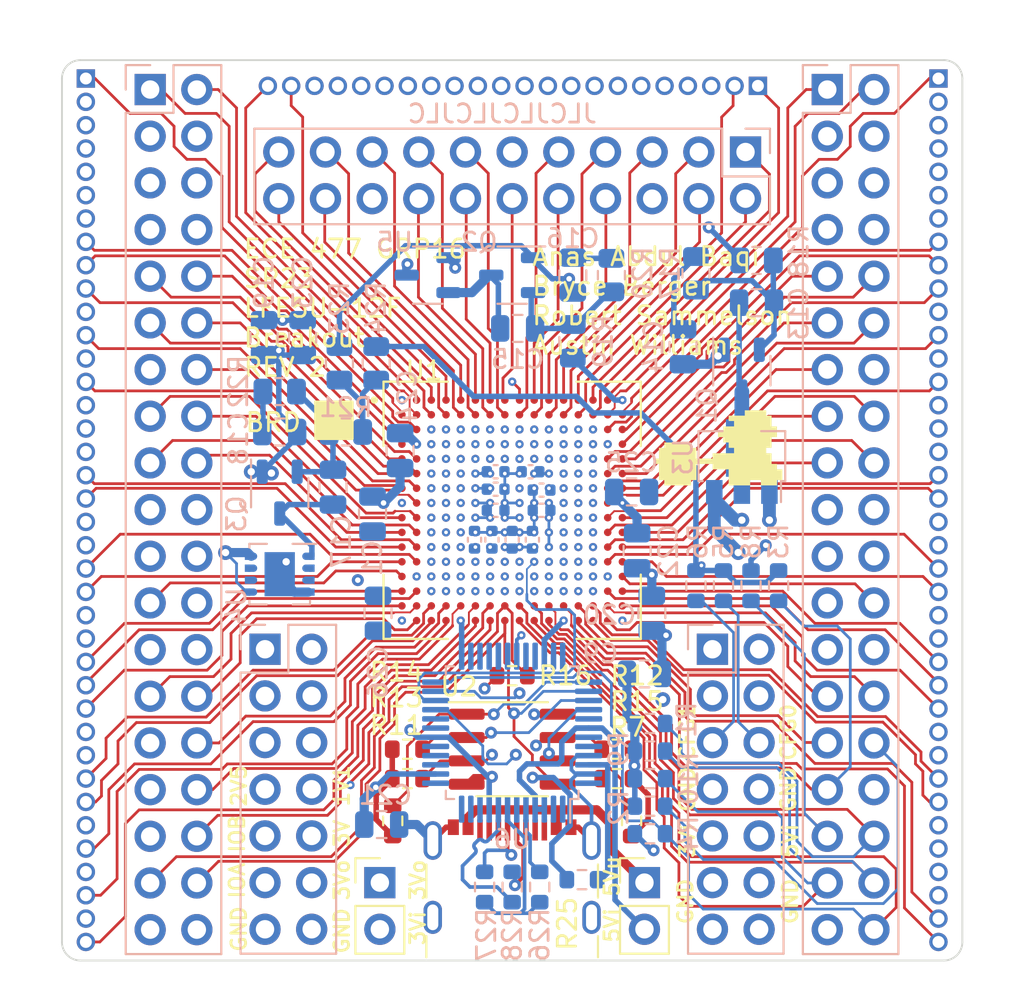
<source format=kicad_pcb>
(kicad_pcb (version 20221018) (generator pcbnew)
  (layers (0 "F.Cu" signal) (1 "In1.Cu" signal) (2 "In2.Cu" signal) (3 "In3.Cu" signal) (4 "In4.Cu" signal) (31 "B.Cu" signal) (34 "B.Paste" user) (35 "F.Paste" user) (36 "B.SilkS" user "B.Silkscreen") (37 "F.SilkS" user "F.Silkscreen") (38 "B.Mask" user) (39 "F.Mask" user) (44 "Edge.Cuts" user))
  (net 0 "")
  (net 1 "+3V3")
  (net 2 "GND")
  (net 3 "+2V5")
  (net 4 "+1V1")
  (net 5 "A2")
  (net 6 "B3")
  (net 7 "C4")
  (net 8 "B4")
  (net 9 "A3")
  (net 10 "A4")
  (net 11 "A5")
  (net 12 "A6")
  (net 13 "A7")
  (net 14 "A8")
  (net 15 "B1")
  (net 16 "B2")
  (net 17 "B5")
  (net 18 "B6")
  (net 19 "B7")
  (net 20 "K12")
  (net 21 "C1")
  (net 22 "C2")
  (net 23 "C3")
  (net 24 "L13")
  (net 25 "C5")
  (net 26 "C6")
  (net 27 "C7")
  (net 28 "M13")
  (net 29 "N13")
  (net 30 "D3")
  (net 31 "D4")
  (net 32 "D5")
  (net 33 "P13")
  (net 34 "D6")
  (net 35 "D7")
  (net 36 "E3")
  (net 37 "E4")
  (net 38 "E5")
  (net 39 "E6")
  (net 40 "E7")
  (net 41 "M8")
  (net 42 "P8")
  (net 43 "T6")
  (net 44 "R6")
  (net 45 "R7")
  (net 46 "P7")
  (net 47 "P6")
  (net 48 "N6")
  (net 49 "P5")
  (net 50 "P4")
  (net 51 "P3")
  (net 52 "D1")
  (net 53 "E2")
  (net 54 "F4")
  (net 55 "F5")
  (net 56 "E1")
  (net 57 "F2")
  (net 58 "F1")
  (net 59 "G2")
  (net 60 "G1")
  (net 61 "G4")
  (net 62 "F3")
  (net 63 "CFG0")
  (net 64 "CFG1")
  (net 65 "M9")
  (net 66 "G3")
  (net 67 "C13")
  (net 68 "D12")
  (net 69 "D13")
  (net 70 "D11")
  (net 71 "D10")
  (net 72 "D9")
  (net 73 "E13")
  (net 74 "B13")
  (net 75 "A14")
  (net 76 "A15")
  (net 77 "A13")
  (net 78 "B14")
  (net 79 "E12")
  (net 80 "E10")
  (net 81 "E9")
  (net 82 "E11")
  (net 83 "H2")
  (net 84 "H3")
  (net 85 "H4")
  (net 86 "H5")
  (net 87 "J1")
  (net 88 "J2")
  (net 89 "J3")
  (net 90 "J4")
  (net 91 "J5")
  (net 92 "K1")
  (net 93 "K2")
  (net 94 "K3")
  (net 95 "E8")
  (net 96 "D8")
  (net 97 "A9")
  (net 98 "A10")
  (net 99 "A11")
  (net 100 "A12")
  (net 101 "B8")
  (net 102 "B9")
  (net 103 "B10")
  (net 104 "B11")
  (net 105 "B12")
  (net 106 "C8")
  (net 107 "C9")
  (net 108 "C10")
  (net 109 "C11")
  (net 110 "C12")
  (net 111 "G5")
  (net 112 "L2")
  (net 113 "L1")
  (net 114 "K4")
  (net 115 "L3")
  (net 116 "L4")
  (net 117 "M3")
  (net 118 "M4")
  (net 119 "M2")
  (net 120 "M1")
  (net 121 "N1")
  (net 122 "N3")
  (net 123 "N4")
  (net 124 "N5")
  (net 125 "P2")
  (net 126 "P1")
  (net 127 "R1")
  (net 128 "R2")
  (net 129 "R3")
  (net 130 "R4")
  (net 131 "T2")
  (net 132 "T3")
  (net 133 "T4")
  (net 134 "R5")
  (net 135 "K5")
  (net 136 "L5")
  (net 137 "M5")
  (net 138 "M6")
  (net 139 "B15")
  (net 140 "B16")
  (net 141 "C16")
  (net 142 "D16")
  (net 143 "E15")
  (net 144 "E16")
  (net 145 "F15")
  (net 146 "G15")
  (net 147 "G16")
  (net 148 "H15")
  (net 149 "J15")
  (net 150 "J16")
  (net 151 "K15")
  (net 152 "K16")
  (net 153 "L15")
  (net 154 "L16")
  (net 155 "M15")
  (net 156 "M16")
  (net 157 "N16")
  (net 158 "P16")
  (net 159 "P15")
  (net 160 "R16")
  (net 161 "R15")
  (net 162 "T15")
  (net 163 "R14")
  (net 164 "T14")
  (net 165 "R13")
  (net 166 "T13")
  (net 167 "R12")
  (net 168 "P14")
  (net 169 "P12")
  (net 170 "P11")
  (net 171 "N14")
  (net 172 "N12")
  (net 173 "N11")
  (net 174 "M14")
  (net 175 "M12")
  (net 176 "M11")
  (net 177 "L14")
  (net 178 "L12")
  (net 179 "K14")
  (net 180 "K13")
  (net 181 "J14")
  (net 182 "J13")
  (net 183 "J12")
  (net 184 "H14")
  (net 185 "H13")
  (net 186 "H12")
  (net 187 "G14")
  (net 188 "G13")
  (net 189 "G12")
  (net 190 "F16")
  (net 191 "F14")
  (net 192 "F13")
  (net 193 "F12")
  (net 194 "E14")
  (net 195 "D14")
  (net 196 "C15")
  (net 197 "C14")
  (net 198 "IO3")
  (net 199 "CFG2")
  (net 200 "IO2")
  (net 201 "3V3REGIN")
  (net 202 "VCCIOA")
  (net 203 "VCCIOB")
  (net 204 "5VUSB")
  (net 205 "5VREGIN")
  (net 206 "PROG_DONE")
  (net 207 "TCK")
  (net 208 "3V3REGOUT")
  (net 209 "PROG_FPGA_CS")
  (net 210 "TDI")
  (net 211 "TMS")
  (net 212 "PROGRAMN")
  (net 213 "TDO")
  (net 220 "Net-(Q1-S)")
  (net 221 "Net-(Q1-G)")
  (net 222 "Net-(C14-Pad2)")
  (net 223 "Net-(Q2-G)")
  (net 224 "Net-(C16-Pad2)")
  (net 225 "Net-(Q3-G)")
  (net 226 "Net-(C18-Pad2)")
  (net 227 "1V1REGOUT")
  (net 228 "2V5REGOUT")
  (net 229 "nINIT")
  (net 230 "Net-(R21-Pad1)")
  (net 256 "Net-(U6-AVCC)")
  (net 257 "Net-(U6-~{RSTOUT})")
  (net 258 "/JTAG/USBD+")
  (net 259 "/JTAG/USBD-")
  (net 260 "/JTAG/D+")
  (net 261 "/JTAG/D-")
  (net 262 "F_CS")
  (net 263 "F_SCK")
  (net 264 "F_MOSI")
  (net 265 "F_MISO")
  (footprint "Connector_PinHeader_2.54mm:PinHeader_2x19_P2.54mm_Vertical" (layer "F.Cu") (at 80.3 77.1)
    (fp_text reference "J6" hide)
    (fp_text value "Conn_01x38")
  )
  (footprint "Resistor_SMD:R_0603_1608Metric" (layer "F.Cu") (at 94.3 114.6)
    (fp_text reference "R13")
    (fp_text value "10K")
  )
  (footprint "parts:BGA256C80P16X16_1400X1400X170" (layer "F.Cu") (at 100 100)
    (fp_text reference "U1")
    (fp_text value "LFE5U-12F-6BG256C")
  )
  (footprint "Connector_PinHeader_1.27mm:PinHeader_1x22_P1.27mm_Vertical" (layer "F.Cu") (at 113.375 76.9 -90)
    (fp_text reference "J4" hide)
    (fp_text value "Conn_01x22")
  )
  (footprint "Connector_PinHeader_1.27mm:PinHeader_1x38_P1.27mm_Vertical" (layer "F.Cu") (at 76.8 76.5)
    (fp_text reference "J3" hide)
    (fp_text value "Conn_01x38")
  )
  (footprint "Resistor_SMD:R_0603_1608Metric" (layer "F.Cu") (at 93.5 116.9 90)
    (fp_text reference "R11")
    (fp_text value "4.7K")
  )
  (footprint "LOGO" (layer "F.Cu") (at 111.2 96.6)
    (fp_text reference "G***" hide)
    (fp_text value "LOGO" hide)
  )
  (footprint "Resistor_SMD:R_0603_1608Metric" (layer "F.Cu") (at 94.3 113)
    (fp_text reference "R14")
    (fp_text value "10K")
  )
  (footprint "Resistor_SMD:R_0603_1608Metric" (layer "F.Cu") (at 106.5 116.9 90)
    (fp_text reference "R7")
    (fp_text value "1K")
  )
  (footprint "Connector_PinHeader_2.54mm:PinHeader_1x02_P2.54mm_Vertical" (layer "F.Cu") (at 107.2 120.26)
    (fp_text reference "J11" hide)
    (fp_text value "Conn_01x02_Pin")
  )
  (footprint "Connector_PinHeader_2.54mm:PinHeader_1x02_P2.54mm_Vertical" (layer "F.Cu") (at 92.8 120.26)
    (fp_text reference "J2" hide)
    (fp_text value "Conn_01x02_Pin")
  )
  (footprint "Resistor_SMD:R_0603_1608Metric" (layer "F.Cu") (at 105.7 113 180)
    (fp_text reference "R12")
    (fp_text value "10K")
  )
  (footprint "Connector_PinHeader_1.27mm:PinHeader_1x38_P1.27mm_Vertical" (layer "F.Cu") (at 123.2 76.5)
    (fp_text reference "J7" hide)
    (fp_text value "Conn_01x38")
  )
  (footprint "Package_SO:SOIC-8_3.9x4.9mm_P1.27mm" (layer "F.Cu") (at 100 113)
    (fp_text reference "U2")
    (fp_text value "AT25SF081-SSHD-X")
  )
  (footprint "Library:USB_C_GCT4105" (layer "F.Cu") (at 100 121.075)
    (fp_text reference "J1" hide)
    (fp_text value "USB_C_Receptacle_USB2.0")
  )
  (footprint "Connector_PinHeader_2.54mm:PinHeader_2x07_P2.54mm_Vertical" (layer "F.Cu") (at 86.55 107.56)
    (fp_text reference "J9" hide)
    (fp_text value "Conn_01x14")
  )
  (footprint "Connector_PinHeader_2.54mm:PinHeader_2x19_P2.54mm_Vertical" (layer "F.Cu") (at 117.15 77.1)
    (fp_text reference "J8" hide)
    (fp_text value "Conn_01x38")
  )
  (footprint "Connector_PinHeader_2.54mm:PinHeader_2x11_P2.54mm_Vertical" (layer "F.Cu") (at 112.7 80.5 -90)
    (fp_text reference "J5" hide)
    (fp_text value "Conn_02x11")
  )
  (footprint "Resistor_SMD:R_0603_1608Metric" (layer "F.Cu") (at 105.7 114.6 180)
    (fp_text reference "R15")
    (fp_text value "10K")
  )
  (footprint "Resistor_SMD:R_0603_1608Metric" (layer "F.Cu") (at 100 109)
    (fp_text reference "R16")
    (fp_text value "4.7K")
  )
  (footprint "Connector_PinHeader_2.54mm:PinHeader_2x07_P2.54mm_Vertical" (layer "F.Cu") (at 110.9 107.56)
    (fp_text reference "J10" hide)
    (fp_text value "Conn_01x14")
  )
  (footprint "Resistor_SMD:R_0805_2012Metric" (layer "B.Cu") (at 90.95 95.7375 180)
    (fp_text reference "R21")
    (fp_text value "~")
  )
  (footprint "Capacitor_SMD:C_0402_1005Metric" (layer "B.Cu") (at 99.1 100)
    (fp_text reference "C8" hide)
    (fp_text value "0.1 uF")
  )
  (footprint "Resistor_SMD:R_0603_1608Metric" (layer "B.Cu") (at 107.5 116.1)
    (fp_text reference "R2")
    (fp_text value "4.7K")
  )
  (footprint "Capacitor_SMD:C_0402_1005Metric" (layer "B.Cu") (at 101 97.9 180)
    (fp_text reference "C11" hide)
    (fp_text value "0.1 uF")
  )
  (footprint "Capacitor_SMD:C_0805_2012Metric" (layer "B.Cu") (at 103.3 87.2 90)
    (fp_text reference "C16")
    (fp_text value "~")
  )
  (footprint "Resistor_SMD:R_0805_2012Metric" (layer "B.Cu") (at 90.6 92 90)
    (fp_text reference "R23")
    (fp_text value "~")
  )
  (footprint "Capacitor_SMD:C_0402_1005Metric" (layer "B.Cu") (at 101.6 98.9 180)
    (fp_text reference "C5" hide)
    (fp_text value "0.1 uF")
  )
  (footprint "Resistor_SMD:R_0603_1608Metric" (layer "B.Cu") (at 107.5 113.1)
    (fp_text reference "R9")
    (fp_text value "4.7K")
  )
  (footprint "Capacitor_SMD:C_0805_2012Metric" (layer "B.Cu") (at 107.6 105.6 -90)
    (fp_text reference "C20")
    (fp_text value "10uF")
  )
  (footprint "Package_TO_SOT_SMD:SOT-23-3" (layer "B.Cu") (at 87.35 99.0375 -90)
    (fp_text reference "Q3")
    (fp_text value "NMOS")
  )
  (footprint "Resistor_SMD:R_0805_2012Metric" (layer "B.Cu") (at 110 87.1 -90)
    (fp_text reference "R17")
    (fp_text value "~")
  )
  (footprint "Capacitor_SMD:C_0805_2012Metric" (layer "B.Cu") (at 87.35 95.7375 180)
    (fp_text reference "C18")
    (fp_text value "~")
  )
  (footprint "Package_SON:Texas_S-PVSON-N8" (layer "B.Cu") (at 87.35 103.475 180)
    (fp_text reference "U4")
    (fp_text value "TPS74611PQWDRBRQ1")
  )
  (footprint "Resistor_SMD:R_0805_2012Metric" (layer "B.Cu") (at 92.6 92 90)
    (fp_text reference "R24")
    (fp_text value "~")
  )
  (footprint "Capacitor_SMD:C_0805_2012Metric" (layer "B.Cu") (at 92.4 100.2 -90)
    (fp_text reference "C1")
    (fp_text value "10uF")
  )
  (footprint "Resistor_SMD:R_0603_1608Metric" (layer "B.Cu") (at 107.5 111.6)
    (fp_text reference "R1")
    (fp_text value "4.7K")
  )
  (footprint "Capacitor_SMD:C_0805_2012Metric" (layer "B.Cu") (at 109.3 91.1 90)
    (fp_text reference "C14")
    (fp_text value "~")
  )
  (footprint "Resistor_SMD:R_0603_1608Metric" (layer "B.Cu") (at 114.5 104.1 -90)
    (fp_text reference "R3")
    (fp_text value "4.7K")
  )
  (footprint "Capacitor_SMD:C_0805_2012Metric" (layer "B.Cu") (at 88.6 90.6 90)
    (fp_text reference "C23")
    (fp_text value "10uF")
  )
  (footprint "Capacitor_SMD:C_0805_2012Metric" (layer "B.Cu") (at 90.25 98.7375 90)
    (fp_text reference "C17")
    (fp_text value "~")
  )
  (footprint "Capacitor_SMD:C_0805_2012Metric" (layer "B.Cu") (at 113.3 88.7)
    (fp_text reference "C13")
    (fp_text value "~")
  )
  (footprint "Package_TO_SOT_SMD:SOT-23-3" (layer "B.Cu") (at 112.5 92.4 -90)
    (fp_text reference "Q1")
    (fp_text value "PMOS")
  )
  (footprint "Capacitor_SMD:C_0805_2012Metric" (layer "B.Cu") (at 106.8 102.2 90)
    (fp_text reference "C22")
    (fp_text value "10uF")
  )
  (footprint "Capacitor_SMD:C_0805_2012Metric" (layer "B.Cu") (at 100.3 90.1)
    (fp_text reference "C15")
    (fp_text value "~")
  )
  (footprint "Capacitor_SMD:C_0805_2012Metric" (layer "B.Cu") (at 107.2 108.9)
    (fp_text reference "C9")
    (fp_text value "10uF")
  )
  (footprint "Resistor_SMD:R_0805_2012Metric" (layer "B.Cu") (at 113.3 86.4)
    (fp_text reference "R18")
    (fp_text value "~")
  )
  (footprint "Capacitor_SMD:C_0402_1005Metric" (layer "B.Cu") (at 101.1 101.6 90)
    (fp_text reference "C4" hide)
    (fp_text value "0.1 uF")
  )
  (footprint "Resistor_SMD:R_0603_1608Metric" (layer "B.Cu") (at 110 104.1 -90)
    (fp_text reference "R6")
    (fp_text value "4.7K")
  )
  (footprint "Capacitor_SMD:C_0402_1005Metric" (layer "B.Cu") (at 99.1 97.9)
    (fp_text reference "C12" hide)
    (fp_text value "0.1 uF")
  )
  (footprint "Package_QFP:LQFP-48_7x7mm_P0.5mm" (layer "B.Cu") (at 100 112.1 90)
    (fp_text reference "U6")
    (fp_text value "FT2232D")
  )
  (footprint "Capacitor_SMD:C_0805_2012Metric" (layer "B.Cu") (at 86.5 90.6 90)
    (fp_text reference "C19")
    (fp_text value "10uF")
  )
  (footprint "Capacitor_SMD:C_0402_1005Metric" (layer "B.Cu") (at 100 101.6 90)
    (fp_text reference "C2" hide)
    (fp_text value "0.1 uF")
  )
  (footprint "Resistor_SMD:R_0603_1608Metric" (layer "B.Cu") (at 111.5 104.1 -90)
    (fp_text reference "R5")
    (fp_text value "4.7K")
  )
  (footprint "Resistor_SMD:R_0603_1608Metric" (layer "B.Cu") (at 107.5 114.6)
    (fp_text reference "R10")
    (fp_text value "4.7K")
  )
  (footprint "Resistor_SMD:R_0603_1608Metric" (layer "B.Cu") (at 98.5 120.5 -90)
    (fp_text reference "R27")
    (fp_text value "27")
  )
  (footprint "Resistor_SMD:R_0805_2012Metric" (layer "B.Cu") (at 87.35 93.5375)
    (fp_text reference "R22")
    (fp_text value "~")
  )
  (footprint "Resistor_SMD:R_0805_2012Metric" (layer "B.Cu") (at 103.3 90.8 90)
    (fp_text reference "R19")
    (fp_text value "~")
  )
  (footprint "Package_TO_SOT_SMD:SOT-89-3" (layer "B.Cu") (at 112.5 97.05 90)
    (fp_text reference "U3")
    (fp_text value "AMS1117-3.3")
  )
  (footprint "Capacitor_SMD:C_0805_2012Metric" (layer "B.Cu") (at 92.7 105.6 90)
    (fp_text reference "C26")
    (fp_text value "10uF")
  )
  (footprint "Capacitor_SMD:C_0805_2012Metric" (layer "B.Cu") (at 93.9 96.75 90)
    (fp_text reference "C24")
    (fp_text value "10uF")
  )
  (footprint "Capacitor_SMD:C_0402_1005Metric" (layer "B.Cu") (at 97.95 101.6 90)
    (fp_text reference "C7" hide)
    (fp_text value "0.1 uF")
  )
  (footprint "Package_TO_SOT_SMD:SOT-23-3" (layer "B.Cu") (at 95.4 87.2 180)
    (fp_text reference "U5")
    (fp_text value "XC6206P252MR")
  )
  (footprint "Capacitor_SMD:C_0805_2012Metric" (layer "B.Cu") (at 92.9 117.1)
    (fp_text reference "C21")
    (fp_text value "10uF")
  )
  (footprint "Resistor_SMD:R_0603_1608Metric" (layer "B.Cu") (at 100 120.5 -90)
    (fp_text reference "R28")
    (fp_text value "27")
  )
  (footprint "Capacitor_SMD:C_0402_1005Metric" (layer "B.Cu") (at 101.6 100 180)
    (fp_text reference "C10" hide)
    (fp_text value "0.1 uF")
  )
  (footprint "Resistor_SMD:R_0603_1608Metric" (layer "B.Cu") (at 107.5 117.6 180)
    (fp_text reference "R4")
    (fp_text value "4.7K")
  )
  (footprint "Resistor_SMD:R_0603_1608Metric" (layer "B.Cu") (at 113 104.1 90)
    (fp_text reference "R8")
    (fp_text value "220")
  )
  (footprint "Capacitor_SMD:C_0805_2012Metric" (layer "B.Cu") (at 106.5 99 180)
    (fp_text reference "C25")
    (fp_text value "10uF")
  )
  (footprint "Package_TO_SOT_SMD:SOT-23-3" (layer "B.Cu") (at 100 87.2 180)
    (fp_text reference "Q2")
    (fp_text value "PMOS")
  )
  (footprint "Resistor_SMD:R_0603_1608Metric" (layer "B.Cu") (at 101.5 120.5 90)
    (fp_text reference "R26")
    (fp_text value "1.5K")
  )
  (footprint "Resistor_SMD:R_0603_1608Metric" (layer "B.Cu") (at 103.8 120.1)
    (fp_text reference "R25")
    (fp_text value "470")
  )
  (footprint "Resistor_SMD:R_0805_2012Metric" (layer "B.Cu") (at 105.4 87.2 -90)
    (fp_text reference "R20")
    (fp_text value "~")
  )
  (footprint "Capacitor_SMD:C_0402_1005Metric" (layer "B.Cu") (at 99.1 98.85)
    (fp_text reference "C3" hide)
    (fp_text value "0.1 uF")
  )
  (footprint "Capacitor_SMD:C_0402_1005Metric" (layer "B.Cu") (at 98.9 101.6 90)
    (fp_text reference "C6" hide)
    (fp_text value "0.1 uF")
  )
  (gr_rect (start 89.3 94.1) (end 91.3 96.1) (stroke (width 0.15)) (fill solid) (layer "F.SilkS"))
  (gr_line (start 76.5 75.5) (end 123.5 75.5) (stroke (width 0.1)) (layer "Edge.Cuts"))
  (gr_arc (start 124.5 123.5) (mid 124.207107 124.207107) (end 123.5 124.5) (stroke (width 0.1)) (layer "Edge.Cuts"))
  (gr_arc (start 75.5 76.5) (mid 75.792893 75.792893) (end 76.5 75.5) (stroke (width 0.1)) (layer "Edge.Cuts"))
  (gr_arc (start 123.5 75.5) (mid 124.207107 75.792893) (end 124.5 76.5) (stroke (width 0.1)) (layer "Edge.Cuts"))
  (gr_line (start 123.5 124.5) (end 76.5 124.5) (stroke (width 0.1)) (layer "Edge.Cuts"))
  (gr_line (start 124.5 76.5) (end 124.5 123.5) (stroke (width 0.1)) (layer "Edge.Cuts"))
  (gr_line (start 75.5 123.5) (end 75.5 76.5) (stroke (width 0.1)) (layer "Edge.Cuts"))
  (gr_arc (start 76.5 124.5) (mid 75.792893 124.207107) (end 75.5 123.5) (stroke (width 0.1)) (layer "Edge.Cuts"))
  (gr_text "JLCJLCJLCJLC" (at 104.7 79) (layer "B.SilkS") (effects (font (size 1 1)) (justify left bottom mirror)))
  (gr_text "GND" (at 109.9 122.6 90) (layer "F.SilkS") (effects (font (size 0.8 0.8)) (justify left bottom)))
  (gr_text "GND" (at 115.5 116.5 90) (layer "F.SilkS") (effects (font (size 0.8 0.8)) (justify left bottom)))
  (gr_text "Anas Abdul Baqi\nBryce Berger\nRobert Sammelson\nAustin Williams" (at 101 91.6) (layer "F.SilkS") (effects (font (size 1 1)) (justify left bottom)))
  (gr_text "5Vu" (at 105.9 121.1 90) (layer "F.SilkS") (effects (font (size 0.8 0.8)) (justify left bottom)))
  (gr_text "3V" (at 91.2 118.4 90) (layer "F.SilkS") (effects (font (size 0.8 0.8)) (justify left bottom)))
  (gr_text "2V5" (at 85.6 116.2 90) (layer "F.SilkS") (effects (font (size 0.8 0.8)) (justify left bottom)))
  (gr_text "5Vi" (at 115.6 119 90) (layer "F.SilkS") (effects (font (size 0.8 0.8)) (justify left bottom)))
  (gr_text "3Vi" (at 110 119 90) (layer "F.SilkS") (effects (font (size 0.8 0.8)) (justify left bottom)))
  (gr_text "3Vi" (at 95.33 123.75 90) (layer "F.SilkS") (effects (font (size 0.8 0.8)) (justify left bottom)))
  (gr_text "BRD\n" (at 85.4 95.8) (layer "F.SilkS") (effects (font (size 1 1)) (justify left bottom)))
  (gr_text "GND" (at 115.6 122.6 90) (layer "F.SilkS") (effects (font (size 0.8 0.8)) (justify left bottom)))
  (gr_text "IOA" (at 85.5 121.2 90) (layer "F.SilkS") (effects (font (size 0.8 0.8)) (justify left bottom)))
  (gr_text "GND" (at 85.6 124.1 90) (layer "F.SilkS") (effects (font (size 0.8 0.8)) (justify left bottom)))
  (gr_text "3Vo" (at 91.2 121.3 90) (layer "F.SilkS") (effects (font (size 0.8 0.8)) (justify left bottom)))
  (gr_text "3Vo" (at 95.33 121.3 90) (layer "F.SilkS") (effects (font (size 0.8 0.8)) (justify left bottom)))
  (gr_text "GND" (at 91.2 124.2 90) (layer "F.SilkS") (effects (font (size 0.8 0.8)) (justify left bottom)))
  (gr_text "IOB" (at 85.5 118.7 90) (layer "F.SilkS") (effects (font (size 0.8 0.8)) (justify left bottom)))
  (gr_text "CFG0" (at 115.5 113.7 90) (layer "F.SilkS") (effects (font (size 0.8 0.8)) (justify left bottom)))
  (gr_text "CFG1" (at 110 113.7 90) (layer "F.SilkS") (effects (font (size 0.8 0.8)) (justify left bottom)))
  (gr_text "ECE 477 GRP16\nSP23\nLFE5U-12F\nBreakout\nREV 2" (at 85.3 92.8) (layer "F.SilkS") (effects (font (size 1 1)) (justify left bottom)))
  (gr_text "GND" (at 110 116.5 90) (layer "F.SilkS") (effects (font (size 0.8 0.8)) (justify left bottom)))
  (gr_text "5Vi" (at 105.9 123.6 90) (layer "F.SilkS") (effects (font (size 0.8 0.8)) (justify left bottom)))
  (gr_text "1V1" (at 91.2 116.2 90) (layer "F.SilkS") (effects (font (size 0.8 0.8)) (justify left bottom)))
  (segment (start 93.475 114.6) (end 92.6 115.475) (width 0.3) (layer "F.Cu") (net 1))
  (segment (start 107.4 115.475) (end 107.4 116.825) (width 0.3) (layer "F.Cu") (net 1))
  (segment (start 99.175 109) (end 99.175 109.025) (width 0.15) (layer "F.Cu") (net 1))
  (segment (start 98.5 109.7) (end 98.5 109.675) (width 0.15) (layer "F.Cu") (net 1))
  (segment (start 101.205 111.095) (end 101.2 111.1) (width 0.15) (layer "F.Cu") (net 1))
  (segment (start 102.47 111.1) (end 102.475 111.095) (width 0.3) (layer "F.Cu") (net 1))
  (segment (start 106.525 114.6) (end 107.4 115.475) (width 0.3) (layer "F.Cu") (net 1))
  (segment (start 99.175 109.025) (end 98.5 109.7) (width 0.15) (layer "F.Cu") (net 1))
  (segment (start 107.4 116.825) (end 106.5 117.725) (width 0.3) (layer "F.Cu") (net 1))
  (segment (start 93.475 113) (end 93.475 114.6) (width 0.3) (layer "F.Cu") (net 1))
  (segment (start 101.2 111.1) (end 102.47 111.1) (width 0.3) (layer "F.Cu") (net 1))
  (segment (start 106.525 113) (end 106.525 114.6) (width 0.3) (layer "F.Cu") (net 1))
  (segment (start 92.6 115.475) (end 92.6 116.825) (width 0.3) (layer "F.Cu") (net 1))
  (segment (start 92.6 116.825) (end 93.5 117.725) (width 0.3) (layer "F.Cu") (net 1))
  (via (at 110.3 103) (size 0.45) (drill 0.2) (layers "F.Cu" "B.Cu") (net 1))
  (via (at 98 102) (size 0.45) (drill 0.2) (layers "F.Cu" "B.Cu") (net 1))
  (via (at 98 100.4) (size 0.45) (drill 0.2) (layers "F.Cu" "B.Cu") (net 1))
  (via (at 98.5 109.7) (size 0.65) (drill 0.3) (layers "F.Cu" "B.Cu") (net 1))
  (via (at 102 99.6) (size 0.45) (drill 0.2) (layers "F.Cu" "B.Cu") (net 1))
  (via (at 101.114951 114.545779) (size 0.65) (drill 0.3) (layers "F.Cu" "B.Cu") (net 1))
  (via (at 98.8 99.6) (size 0.45) (drill 0.2) (layers "F.Cu" "B.Cu") (net 1))
  (via (at 92.5782 115.0782) (size 0.65) (drill 0.3) (layers "F.Cu" "B.Cu") (net 1))
  (via (at 98.8 100.4) (size 0.45) (drill 0.2) (layers "F.Cu" "B.Cu") (net 1))
  (via (at 102 102) (size 0.45) (drill 0.2) (layers "F.Cu" "B.Cu") (net 1))
  (via (at 100.5 106.8) (size 0.45) (drill 0.2) (layers "F.Cu" "B.Cu") (net 1))
  (via (at 102 101.2) (size 0.45) (drill 0.2) (layers "F.Cu" "B.Cu") (net 1))
  (via (at 102 100.4) (size 0.45) (drill 0.2) (layers "F.Cu" "B.Cu") (net 1))
  (via (at 107.6 103.5005) (size 0.65) (drill 0.3) (layers "F.Cu" "B.Cu") (net 1))
  (via (at 106.65 113.9) (size 0.65) (drill 0.3) (layers "F.Cu" "B.Cu") (net 1))
  (via (at 98 99.6) (size 0.45) (drill 0.2) (layers "F.Cu" "B.Cu") (net 1))
  (via (at 101.2 111.1) (size 0.65) (drill 0.3) (layers "F.Cu" "B.Cu") (net 1))
  (segment (start 102 99.6) (end 102 99.92) (width 0.15) (layer "B.Cu") (net 1))
  (segment (start 98.8 100.4) (end 98.8 99.6) (width 0.15) (layer "B.Cu") (net 1))
  (segment (start 106.25 111.175) (end 106.675 111.6) (width 0.5) (layer "B.Cu") (net 1))
  (segment (start 110 103.275) (end 110.025 103.275) (width 0.3) (layer "B.Cu") (net 1))
  (segment (start 102 100.08) (end 102.08 100) (width 0.15) (layer "B.Cu") (net 1))
  (segment (start 102.85 115.16538) (end 103.15 115.46538) (width 0.3) (layer "B.Cu") (net 1))
  (segment (start 113.85 103.925) (end 112.15 103.925) (width 0.3) (layer "B.Cu") (net 1))
  (segment (start 98.8 100.4) (end 98.8 100.1) (width 0.15) (layer "B.Cu") (net 1))
  (segment (start 92.5782 115.0782) (end 93.3064 114.35) (width 0.3) (layer "B.Cu") (net 1))
  (segment (start 102 102) (end 102 99.6) (width 0.15) (layer "B.Cu") (net 1))
  (segment (start 98 99.6) (end 98.8 99.6) (width 0.15) (layer "B.Cu") (net 1))
  (segment (start 103.15 117.15) (end 102.161 118.139) (width 0.3) (layer "B.Cu") (net 1))
  (segment (start 95.1875 91.0875) (end 97.9 93.8) (width 0.3) (layer "B.Cu") (net 1))
  (segment (start 91.95 117.1) (end 91.95 115.7064) (width 0.5) (layer "B.Cu") (net 1))
  (segment (start 103.15 115.46538) (end 103.15 117.15) (width 0.3) (layer "B.Cu") (net 1))
  (segment (start 97.95 102.05) (end 98 102) (width 0.15) (layer "B.Cu") (net 1))
  (segment (start 102 101.18) (end 102.08 101.1) (width 0.15) (layer "B.Cu") (net 1))
  (segment (start 102 101.2) (end 102 101.18) (width 0.15) (layer "B.Cu") (net 1))
  (segment (start 100.5 106.8) (end 100.25 107.05) (width 0.2) (layer "B.Cu") (net 1))
  (segment (start 106.25 108.9) (end 106.25 111.175) (width 0.5) (layer "B.Cu") (net 1))
  (segment (start 102.245779 114.545779) (end 102.85 115.15) (width 0.3) (layer "B.Cu") (net 1))
  (segment (start 106.675 116.1) (end 106.675 114.6) (width 0.3) (layer "B.Cu") (net 1))
  (segment (start 102 100.4) (end 102 100.08) (width 0.15) (layer "B.Cu") (net 1))
  (segment (start 91.95 115.7064) (end 92.5782 115.0782) (width 0.5) (layer "B.Cu") (net 1))
  (segment (start 97.95 102.08) (end 97.95 102.05) (width 0.15) (layer "B.Cu") (net 1))
  (segment (start 98.8 99.6) (end 98.8 99.9) (width 0.15) (layer "B.Cu") (net 1))
  (segment (start 110 103.275) (end 111.5 103.275) (width 0.3) (layer "B.Cu") (net 1))
  (segment (start 114.5 103.275) (end 113.85 103.925) (width 0.3) (layer "B.Cu") (net 1))
  (segment (start 103.5 93.8) (end 104.4 94.7) (width 0.3) (layer "B.Cu") (net 1))
  (segment (start 102 99.92) (end 102.08 100) (width 0.15) (layer "B.Cu") (net 1))
  (segment (start 93.3064 114.35) (end 95.8375 114.35) (width 0.3) (layer "B.Cu") (net 1))
  (segment (start 98.8 99.9) (end 98.7 100) (width 0.15) (layer "B.Cu") (net 1))
  (segment (start 98.8 100.1) (end 98.7 100) (width 0.15) (layer "B.Cu") (net 1))
  (segment (start 98 100.4) (end 98.8 100.4) (width 0.15) (layer "B.Cu") (net 1))
  (segment (start 107.6 104.65) (end 107.6 103.5005) (width 0.5) (layer "B.Cu") (net 1))
  (segment (start 112.15 103.925) (end 111.5 103.275) (width 0.3) (layer "B.Cu") (net 1))
  (segment (start 110 97.7) (end 110 103.275) (width 0.3) (layer "B.Cu") (net 1))
  (segment (start 102.161 119.086) (end 103.175 120.1) (width 0.3) (layer "B.Cu") (net 1))
  (segment (start 100.25 107.05) (end 100.25 107.9375) (width 0.2) (layer "B.Cu") (net 1))
  (segment (start 106.675 111.6) (end 106.675 114.6) (width 0.5) (layer "B.Cu") (net 1))
  (segment (start 110.025 103.275) (end 110.3 103) (width 0.3) (layer "B.Cu") (net 1))
  (segment (start 102.85 115.15) (end 102.85 115.16538) (width 0.3) (layer "B.Cu") (net 1))
  (segment (start 104.4 94.7) (end 107 94.7) (width 0.3) (layer "B.Cu") (net 1))
  (segment (start 102.161 118.139) (end 102.161 119.086) (width 0.3) (layer "B.Cu") (net 1))
  (segment (start 107 94.7) (end 110 97.7) (width 0.3) (layer "B.Cu") (net 1))
  (segment (start 97.9 93.8) (end 103.5 93.8) (width 0.3) (layer "B.Cu") (net 1))
  (segment (start 92.6 91.0875) (end 95.1875 91.0875) (width 0.3) (layer "B.Cu") (net 1))
  (segment (start 101.114951 114.545779) (end 102.245779 114.545779) (width 0.3) (layer "B.Cu") (net 1))
  (segment (start 96.405 117.245) (end 95.68 117.97) (width 0.3) (layer "F.Cu") (net 2))
  (segment (start 103.595 117.245) (end 104.32 117.97) (width 0.3) (layer "F.Cu") (net 2))
  (segment (start 96.8 117.245) (end 96.405 117.245) (width 0.3) (layer "F.Cu") (net 2))
  (segment (start 98.9 114.5) (end 97.93 114.5) (width 0.3) (layer "F.Cu") (net 2))
  (segment (start 103.2 117.245) (end 103.595 117.245) (width 0.3) (layer "F.Cu") (net 2))
  (segment (start 97.93 114.5) (end 97.525 114.905) (width 0.3) (layer "F.Cu") (net 2))
  (via (at 94 106) (size 0.45) (drill 0.2) (layers "F.Cu" "B.Cu") (net 2))
  (via (at 98 101.2) (size 0.45) (drill 0.2) (layers "F.Cu" "B.Cu") (net 2))
  (via (at 110.7 84.6) (size 0.65) (drill 0.3) (layers "F.Cu" "B.Cu") (net 2))
  (via (at 94.8 103.6) (size 0.45) (drill 0.2) (layers "F.Cu" "B.Cu") (net 2))
  (via (at 99.6 99.6) (size 0.45) (drill 0.2) (layers "F.Cu" "B.Cu") (net 2))
  (via (at 94 99.6) (size 0.45) (drill 0.2) (layers "F.Cu" "B.Cu") (net 2))
  (via (at 99.6 100.4) (size 0.45) (drill 0.2) (layers "F.Cu" "B.Cu") (net 2))
  (via (at 101.2 101.2) (size 0.45) (drill 0.2) (layers "F.Cu" "B.Cu") (net 2))
  (via (at 98.8 101.2) (size 0.45) (drill 0.2) (layers "F.Cu" "B.Cu") (net 2))
  (via (at 98.9 114.5) (size 0.65) (drill 0.3) (layers "F.Cu" "B.Cu") (net 2))
  (via (at 94.8 96.4) (size 0.45) (drill 0.2) (layers "F.Cu" "B.Cu") (net 2))
  (via (at 100.4 99.6) (size 0.45) (drill 0.2) (layers "F.Cu" "B.Cu") (net 2))
  (via (at 100.4 98) (size 0.45) (drill 0.2) (layers "F.Cu" "B.Cu") (net 2))
  (via (at 99.6 98) (size 0.45) (drill 0.2) (layers "F.Cu" "B.Cu") (net 2))
  (via (at 106 94) (size 0.45) (drill 0.2) (layers "F.Cu" "B.Cu") (net 2))
  (via (at 105.2 103.6) (size 0.45) (drill 0.2) (layers "F.Cu" "B.Cu") (net 2))
  (via (at 114 100.5345) (size 0.8) (drill 0.4) (layers "F.Cu" "B.Cu") (net 2))
  (via (at 113.8 101.9) (size 0.65) (drill 0.3) (layers "F.Cu" "B.Cu") (net 2))
  (via (at 106 106) (size 0.45) (drill 0.2) (layers "F.Cu" "B.Cu") (net 2))
  (via (at 107.7 118.5) (size 0.65) (drill 0.3) (layers "F.Cu" "B.Cu") (net 2))
  (via (at 87.7 102.8) (size 0.8) (drill 0.4) (layers "F.Cu" "B.Cu") (net 2))
  (via (at 108.3755 106.8) (size 0.65) (drill 0.3) (layers "F.Cu" "B.Cu") (net 2))
  (via (at 101.2 99.6) (size 0.45) (drill 0.2) (layers "F.Cu" "B.Cu") (net 2))
  (via (at 102.8 106) (size 0.45) (drill 0.2) (layers "F.Cu" "B.Cu") (net 2))
  (via (at 99.6 98.8) (size 0.45) (drill 0.2) (layers "F.Cu" "B.Cu") (net 2))
  (via (at 94.456635 111.956635) (size 0.65) (drill 0.3) (layers "F.Cu" "B.Cu") (net 2))
  (via (at 100.4 100.4) (size 0.45) (drill 0.2) (layers "F.Cu" "B.Cu") (net 2))
  (via (at 97.2 106) (size 0.45) (drill 0.2) (layers "F.Cu" "B.Cu") (net 2))
  (via (at 96.9 86.8) (size 0.65) (drill 0.3) (layers "F.Cu" "B.Cu") (net 2))
  (via (at 105.2 96.4) (size 0.45) (drill 0.2) (layers "F.Cu" "B.Cu") (net 2))
  (via (at 87.5005 89.638045) (size 0.65) (drill 0.3) (layers "F.Cu" "B.Cu") (net 2))
  (via (at 101.2 100.4) (size 0.45) (drill 0.2) (layers "F.Cu" "B.Cu") (net 2))
  (via (at 91.6 103.8) (size 0.65) (drill 0.3) (layers "F.Cu" "B.Cu") (net 2))
  (via (at 106 99.6) (size 0.45) (drill 0.2) (layers "F.Cu" "B.Cu") (net 2))
  (via (at 100.4 101.2) (size 0.45) (drill 0.2) (layers "F.Cu" "B.Cu") (net 2))
  (via (at 94 94) (size 0.45) (drill 0.2) (layers "F.Cu" "B.Cu") (net 2))
  (via (at 101.2 98.8) (size 0.45) (drill 0.2) (layers "F.Cu" "B.Cu") (net 2))
  (via (at 99.6 101.2) (size 0.45) (drill 0.2) (layers "F.Cu" "B.Cu") (net 2))
  (segment (start 98.75 116.2625) (end 98.75 114.65) (width 0.3) (layer "B.Cu") (net 2))
  (segment (start 101.2 98.8) (end 101.2 98.87) (width 0.15) (layer "B.Cu") (net 2))
  (segment (start 101.2 98.87) (end 101.12 98.95) (width 0.15) (layer "B.Cu") (net 2))
  (segment (start 103.225 113.661091) (end 103.225 114.125) (width 0.2) (layer "B.Cu") (net 2))
  (segment (start 95.8375 112.35) (end 96.534619 112.35) (width 0.3) (layer "B.Cu") (net 2))
  (segment (start 96.534619 112.35) (end 98.684619 114.5) (width 0.3) (layer "B.Cu") (net 2))
  (segment (start 104.32 116.140406) (end 104.32 117.97) (width 0.2) (layer "B.Cu") (net 2))
  (segment (start 95.8375 112.35) (end 94.85 112.35) (width 0.3) (layer "B.Cu") (net 2))
  (segment (start 98.82 101.2) (end 98.9 101.12) (width 0.15) (layer "B.Cu") (net 2))
  (segment (start 86.5 89.65) (end 87.6 89.65) (width 0.3) (layer "B.Cu") (net 2))
  (segment (start 101.2 99.6) (end 101.2 99.92) (width 0.15) (layer "B.Cu") (net 2))
  (segment (start 101.2 100.4) (end 101.2 100.08) (width 0.15) (layer "B.Cu") (net 2))
  (segment (start 104.1625 113.35) (end 103.536091 113.35) (width 0.2) (layer "B.Cu") (net 2))
  (segment (start 87.7 102.8) (end 87.75 102.85) (width 0.5) (layer "B.Cu") (net 2))
  (segment (start 93.9 95.8) (end 94.2 95.8) (width 0.5) (layer "B.Cu") (net 2))
  (segment (start 103.45 114.35) (end 104.1625 114.35) (width 0.2) (layer "B.Cu") (net 2))
  (segment (start 101.2 99.92) (end 101.12 100) (width 0.15) (layer "B.Cu") (net 2))
  (segment (start 99.92 101.2) (end 100 101.12) (width 0.15) (layer "B.Cu") (net 2))
  (segment (start 98.8 101.2) (end 98.82 101.2) (width 0.15) (layer "B.Cu") (net 2))
  (segment (start 107.6 106.55) (end 108.1255 106.55) (width 0.5) (layer "B.Cu") (net 2))
  (segment (start 106 94) (end 105.5875 94) (width 0.3) (layer "B.Cu") (net 2))
  (segment (start 100.4 101.2) (end 100.08 101.2) (width 0.15) (layer "B.Cu") (net 2))
  (segment (start 103.2 115.020406) (end 104.32 116.140406) (width 0.2) (layer "B.Cu") (net 2))
  (segment (start 103.2 114.686091) (end 103.2 115.020406) (width 0.2) (layer "B.Cu") (net 2))
  (segment (start 101.2 100.08) (end 101.12 100) (width 0.15) (layer "B.Cu") (net 2))
  (segment (start 98.684619 114.5) (end 98.9 114.5) (width 0.3) (layer "B.Cu") (net 2))
  (segment (start 96.9 86.7125) (end 96.4375 86.25) (width 0.3) (layer "B.Cu") (net 2))
  (segment (start 112.3875 86.2875) (end 110.7 84.6) (width 0.3) (layer "B.Cu") (net 2))
  (segment (start 99.6 98.87) (end 99.58 98.85) (width 0.15) (layer "B.Cu") (net 2))
  (segment (start 99.6 98) (end 100.4 98) (width 0.15) (layer "B.Cu") (net 2))
  (segment (start 93.85 117.1) (end 94.81 117.1) (width 0.5) (layer "B.Cu") (net 2))
  (segment (start 101.2 98.8) (end 101.2 101.2) (width 0.15) (layer "B.Cu") (net 2))
  (segment (start 97.25 106.05) (end 97.2 106) (width 0.3) (layer "B.Cu") (net 2))
  (segment (start 87.75 102.85) (end 87.8 102.85) (width 0.5) (layer "B.Cu") (net 2))
  (segment (start 101.2 101.18) (end 101.12 101.1) (width 0.15) (layer "B.Cu") (net 2))
  (segment (start 87.512455 89.65) (end 87.5005 89.638045) (width 0.3) (layer "B.Cu") (net 2))
  (segment (start 105.5875 94) (end 103.3 91.7125) (width 0.3) (layer "B.Cu") (net 2))
  (segment (start 99.6 99.6) (end 99.6 99.94) (width 0.15) (layer "B.Cu") (net 2))
  (segment (start 100.4 98) (end 100.4 97.93) (width 0.15) (layer "B.Cu") (net 2))
  (segment (start 108.15 107.0255) (end 108.3755 106.8) (width 0.5) (layer "B.Cu") (net 2))
  (segment (start 99.6 99.94) (end 99.66 100) (width 0.15) (layer "B.Cu") (net 2))
  (segment (start 99.6 100.06) (end 99.66 100) (width 0.15) (layer "B.Cu") (net 2))
  (segment (start 105.55 99) (end 105.55 99.15) (width 0.5) (layer "B.Cu") (net 2))
  (segment (start 106.8 101.25) (end 106.8 100.4) (width 0.5) (layer "B.Cu") (net 2))
  (segment (start 99.48 98) (end 99.38 97.9) (width 0.15) (layer "B.Cu") (net 2))
  (segment (start 105.55 99.15) (end 106 99.6) (width 0.5) (layer "B.Cu") (net 2))
  (segment (start 112.3875 86.4) (end 112.3875 86.2875) (width 0.3) (layer "B.Cu") (net 2))
  (segment (start 96.9 86.8) (end 96.9 86.7125) (width 0.3) (layer "B.Cu") (net 2))
  (segment (start 97.25 107.9375) (end 97.25 106.05) (width 0.3) (layer "B.Cu") (net 2))
  (segment (start 101.75 107.05) (end 102.8 106) (width 0.3) (layer "B.Cu") (net 2))
  (segment (start 101.2 101.2) (end 101.2 101.18) (width 0.15) (layer "B.Cu") (net 2))
  (segment (start 88.15 104.45) (end 87.8 104.1) (width 0.5) (layer "B.Cu") (net 2))
  (segment (start 99.6 101.2) (end 100.4 101.2) (width 0.15) (layer "B.Cu") (net 2))
  (segment (start 107.7 118.5) (end 107.575 118.5) (width 0.3) (layer "B.Cu") (net 2))
  (segment (start 87.6 89.65) (end 87.512455 89.65) (width 0.3) (layer "B.Cu") (net 2))
  (segment (start 100.4 100.4) (end 99.6 100.4) (width 0.15) (layer "B.Cu") (net 2))
  (segment (start 101.75 107.9375) (end 101.75 107.05) (width 0.3) (layer "B.Cu") (net 2))
  (segment (start 88.9 104.45) (end 88.15 104.45) (width 0.5) (layer "B.Cu") (net 2))
  (segment (start 108.1255 106.55) (end 108.3755 106.8) (width 0.5) (layer "B.Cu") (net 2))
  (segment (start 103.536091 114.35) (end 103.2 114.686091) (width 0.2) (layer "B.Cu") (net 2))
  (segment (start 94.2 95.8) (end 94.8 96.4) (width 0.5) (layer "B.Cu") (net 2))
  (segment (start 98 101.2) (end 98 101.17) (width 0.15) (layer "B.Cu") (net 2))
  (segment (start 99.6 101.2) (end 99.92 101.2) (width 0.15) (layer "B.Cu") (net 2))
  (segment (start 99.6 100.4) (end 99.6 99.6) (width 0.15) (layer "B.Cu") (net 2))
  (segment (start 104.1625 114.35) (end 103.536091 114.35) (width 0.2) (layer "B.Cu") (net 2))
  (segment (start 99.6 98) (end 99.48 98) (width 0.15) (layer "B.Cu") (net 2))
  (segment (start 103.536091 113.35) (end 103.225 113.661091) (width 0.2) (layer "B.Cu") (net 2))
  (segment (start 98.75 114.65) (end 98.9 114.5) (width 0.3) (layer "B.Cu") (net 2))
  (segment (start 103.225 114.125) (end 103.45 114.35) (width 0.2) (layer "B.Cu") (net 2))
  (segment (start 107.575 118.5) (end 106.675 117.6) (width 0.3) (layer "B.Cu") (net 2))
  (segment (start 100.4 99.6) (end 99.6 99.6) (width 0.15) (layer "B.Cu") (net 2))
  (segment (start 106.8 100.4) (end 106 99.6) (width 0.5) (layer "B.Cu") (net 2))
  (segment (start 100.4 97.93) (end 100.37 97.9) (width 0.15) (layer "B.Cu") (net 2))
  (segment (start 98 101.17) (end 97.95 101.12) (width 0.15) (layer "B.Cu") (net 2))
  (segment (start 87.6 89.65) (end 88.6 89.65) (width 0.3) (layer "B.Cu") (net 2))
  (segment (start 114 99) (end 114 100.5345) (width 0.7) (layer "B.Cu") (net 2))
  (segment (start 98 101.2) (end 101.2 101.2) (width 0.15) (layer "B.Cu") (net 2))
  (segment (start 99.6 100.4) (end 99.6 100.06) (width 0.15) (layer "B.Cu") (net 2))
  (segment (start 94.85 112.35) (end 94.456635 111.956635) (width 0.3) (layer "B.Cu") (net 2))
  (segment (start 108.15 108.9) (end 108.15 107.0255) (width 0.5) (layer "B.Cu") (net 2))
  (segment (start 99.6 98) (end 99.6 100.4) (width 0.15) (layer "B.Cu") (net 2))
  (segment (start 113 102.7) (end 113.8 101.9) (width 0.3) (layer "B.Cu") (net 2))
  (segment (start 100.08 101.2) (end 100 101.12) (width 0.15) (layer "B.Cu") (net 2))
  (segment (start 113 103.275) (end 113 102.7) (width 0.3) (layer "B.Cu") (net 2))
  (segment (start 94.81 117.1) (end 95.68 117.97) (width 0.5) (layer "B.Cu") (net 2))
  (via (at 102 98.8) (size 0.45) (drill 0.2) (layers "F.Cu" "B.Cu") (net 3))
  (via (at 103.1 87.4) (size 0.65) (drill 0.3) (layers "F.Cu" "B.Cu") (net 3))
  (via (at 98.8 102) (size 0.45) (drill 0.2) (layers "F.Cu" "B.Cu") (net 3))
  (segment (start 102.08 98.95) (end 102.08 98.88) (width 0.15) (layer "B.Cu") (net 3))
  (segment (start 103.1 87.4) (end 102.1875 87.4) (width 0.3) (layer "B.Cu") (net 3))
  (segment (start 90.6 89.2) (end 94.2 85.6) (width 0.3) (layer "B.Cu") (net 3))
  (segment (start 103.2 87.5) (end 103.1 87.4) (width 0.3) (layer "B.Cu") (net 3))
  (segment (start 90.6 91.0875) (end 90.6 89.2) (width 0.3) (layer "B.Cu") (net 3))
  (segment (start 98.9 102.08) (end 98.88 102.08) (width 0.15) (layer "B.Cu") (net 3))
  (segment (start 102.1875 87.4) (end 101.0375 86.25) (width 0.3) (layer "B.Cu") (net 3))
  (segment (start 94.2 85.6) (end 100.4875 85.6) (width 0.3) (layer "B.Cu") (net 3))
  (segment (start 100.4875 85.6) (end 101.1375 86.25) (width 0.3) (layer "B.Cu") (net 3))
  (segment (start 102.08 98.88) (end 102 98.8) (width 0.15) (layer "B.Cu") (net 3))
  (segment (start 98.88 102.08) (end 98.8 102) (width 0.15) (layer "B.Cu") (net 3))
  (segment (start 103.2 88.15) (end 103.2 87.5) (width 0.3) (layer "B.Cu") (net 3))
  (via (at 100.4 98.8) (size 0.45) (drill 0.2) (layers "F.Cu" "B.Cu") (net 4))
  (via (at 100.4 102) (size 0.45) (drill 0.2) (layers "F.Cu" "B.Cu") (net 4))
  (via (at 85.8 97.9) (size 0.8) (drill 0.4) (layers "F.Cu" "B.Cu") (net 4))
  (via (at 98 98.8) (size 0.45) (drill 0.2) (layers "F.Cu" "B.Cu") (net 4))
  (via (at 86.9 97.9755) (size 0.8) (drill 0.4) (layers "F.Cu" "B.Cu") (net 4))
  (via (at 98.8 98.8) (size 0.45) (drill 0.2) (layers "F.Cu" "B.Cu") (net 4))
  (via (at 87.3 91.3) (size 0.65) (drill 0.3) (layers "F.Cu" "B.Cu") (net 4))
  (via (at 101.2 102) (size 0.45) (drill 0.2) (layers "F.Cu" "B.Cu") (net 4))
  (via (at 99.6 102) (size 0.45) (drill 0.2) (layers "F.Cu" "B.Cu") (net 4))
  (via (at 93 99.6) (size 0.65) (drill 0.3) (layers "F.Cu" "B.Cu") (net 4))
  (segment (start 86.9 91.55) (end 87.05 91.55) (width 0.3) (layer "B.Cu") (net 4))
  (segment (start 100.08 102) (end 100 102.08) (width 0.15) (layer "B.Cu") (net 4))
  (segment (start 87.3 94.7375) (end 87.3 91.95) (width 0.3) (layer "B.Cu") (net 4))
  (segment (start 98.8 98.8) (end 98 98.8) (width 0.15) (layer "B.Cu") (net 4))
  (segment (start 87.05 91.55) (end 87.3 91.3) (width 0.3) (layer "B.Cu") (net 4))
  (segment (start 88.6 91.55) (end 86.5 91.55) (width 0.3) (layer "B.Cu") (net 4))
  (segment (start 88.3 95.7375) (end 88.3 96) (width 0.3) (layer "B.Cu") (net 4))
  (segment (start 86.4755 97.9755) (end 86.4 97.9) (width 0.3) (layer "B.Cu") (net 4))
  (segment (start 93.9 97.7) (end 93.9 98.7) (width 0.5) (layer "B.Cu") (net 4))
  (segment (start 86.9 97.9755) (end 86.4755 97.9755) (width 0.3) (layer "B.Cu") (net 4))
  (segment (start 93.9 98.7) (end 93 99.6) (width 0.5) (layer "B.Cu") (net 4))
  (segment (start 99.6 102) (end 99.92 102) (width 0.15) (layer "B.Cu") (net 4))
  (segment (start 86.4 97.9) (end 85.8 97.9) (width 0.3) (layer "B.Cu") (net 4))
  (segment (start 87.3 91.95) (end 86.9 91.55) (width 0.3) (layer "B.Cu") (net 4))
  (segment (start 88.3 96) (end 86.4 97.9) (width 0.3) (layer "B.Cu") (net 4))
  (segment (start 92.4 99.25) (end 92.65 99.25) (width 0.3) (layer "B.Cu") (net 4))
  (segment (start 99.92 102) (end 100 102.08) (width 0.15) (layer "B.Cu") (net 4))
  (segment (start 100.4 102) (end 100.08 102) (width 0.15) (layer "B.Cu") (net 4))
  (segment (start 92.65 99.25) (end 93 99.6) (width 0.3) (layer "B.Cu") (net 4))
  (segment (start 101.2 102) (end 99.6 102) (width 0.15) (layer "B.Cu") (net 4))
  (segment (start 88.3 95.7375) (end 87.3 94.7375) (width 0.3) (layer "B.Cu") (net 4))
  (segment (start 85 84) (end 85 78.1) (width 0.15) (layer "F.Cu") (net 5))
  (segment (start 84 77.1) (end 82.84 77.1) (width 0.15) (layer "F.Cu") (net 5))
  (segment (start 94.8 94) (end 94.8 93.8) (width 0.15) (layer "F.Cu") (net 5))
  (segment (start 85 78.1) (end 84 77.1) (width 0.15) (layer "F.Cu") (net 5))
  (segment (start 94.8 93.8) (end 85 84) (width 0.15) (layer "F.Cu") (net 5))
  (segment (start 85.5 78.105) (end 86.705 76.9) (width 0.15) (layer "F.Cu") (net 6))
  (segment (start 95.6 94.8) (end 95.2 94.4) (width 0.15) (layer "F.Cu") (net 6))
  (segment (start 85.5 83.8) (end 85.5 78.105) (width 0.15) (layer "F.Cu") (net 6))
  (segment (start 95.2 94.4) (end 95.2 93.5) (width 0.15) (layer "F.Cu") (net 6))
  (segment (start 95.2 93.5) (end 85.5 83.8) (width 0.15) (layer "F.Cu") (net 6))
  (via (at 96.4 95.6) (size 0.45) (drill 0.2) (layers "F.Cu" "B.Cu") (net 7))
  (segment (start 87.3 83.12) (end 87.38 83.04) (width 0.15) (layer "F.Cu") (net 8))
  (segment (start 87.3 84.3) (end 87.3 83.12) (width 0.15) (layer "F.Cu") (net 8))
  (segment (start 96.4 94.8) (end 96 94.4) (width 0.15) (layer "F.Cu") (net 8))
  (segment (start 96 94.4) (end 96 93) (width 0.15) (layer "F.Cu") (net 8))
  (segment (start 96 93) (end 87.3 84.3) (width 0.15) (layer "F.Cu") (net 8))
  (segment (start 87.2 80.5) (end 87.38 80.5) (width 0.15) (layer "F.Cu") (net 9))
  (segment (start 86 83.7) (end 86 81.7) (width 0.15) (layer "F.Cu") (net 9))
  (segment (start 86 81.7) (end 87.2 80.5) (width 0.15) (layer "F.Cu") (net 9))
  (segment (start 95.6 93.3) (end 86 83.7) (width 0.15) (layer "F.Cu") (net 9))
  (segment (start 95.6 94) (end 95.6 93.3) (width 0.15) (layer "F.Cu") (net 9))
  (segment (start 88.6 78.6) (end 87.975 77.975) (width 0.15) (layer "F.Cu") (net 10))
  (segment (start 87.975 77.975) (end 87.975 76.9) (width 0.15) (layer "F.Cu") (net 10))
  (segment (start 88.6 84.9) (end 88.6 78.6) (width 0.15) (layer "F.Cu") (net 10))
  (segment (start 96.4 92.7) (end 88.6 84.9) (width 0.15) (layer "F.Cu") (net 10))
  (segment (start 96.4 94) (end 96.4 92.7) (width 0.15) (layer "F.Cu") (net 10))
  (segment (start 91.1 81.68) (end 89.92 80.5) (width 0.15) (layer "F.Cu") (net 11))
  (segment (start 91.1 86) (end 91.1 81.68) (width 0.15) (layer "F.Cu") (net 11))
  (segment (start 97.2 94) (end 97.2 92.1) (width 0.15) (layer "F.Cu") (net 11))
  (segment (start 97.2 92.1) (end 91.1 86) (width 0.15) (layer "F.Cu") (net 11))
  (segment (start 98 94) (end 98 91.5) (width 0.15) (layer "F.Cu") (net 12))
  (segment (start 98 91.5) (end 94.9 88.4) (width 0.15) (layer "F.Cu") (net 12))
  (segment (start 94.9 83.14) (end 95 83.04) (width 0.15) (layer "F.Cu") (net 12))
  (segment (start 94.9 88.4) (end 94.9 83.14) (width 0.15) (layer "F.Cu") (net 12))
  (segment (start 97.5 83.08) (end 97.54 83.04) (width 0.15) (layer "F.Cu") (net 13))
  (segment (start 98.8 94) (end 98.8 90.9) (width 0.15) (layer "F.Cu") (net 13))
  (segment (start 97.5 89.6) (end 97.5 83.08) (width 0.15) (layer "F.Cu") (net 13))
  (segment (start 98.8 90.9) (end 97.5 89.6) (width 0.15) (layer "F.Cu") (net 13))
  (segment (start 100 83.04) (end 100 92.3) (width 0.15) (layer "F.Cu") (net 14))
  (segment (start 100 92.3) (end 99.5 92.8) (width 0.15) (layer "F.Cu") (net 14))
  (segment (start 99.5 93.9) (end 99.6 94) (width 0.15) (layer "F.Cu") (net 14))
  (segment (start 99.5 92.8) (end 99.5 93.9) (width 0.15) (layer "F.Cu") (net 14))
  (segment (start 93.5 94.1) (end 93.5 93.9) (width 0.15) (layer "F.Cu") (net 15))
  (segment (start 83.3 80.9) (end 82.3 80.9) (width 0.15) (layer "F.Cu") (net 15))
  (segment (start 93.5 93.9) (end 84.2 84.6) (width 0.15) (layer "F.Cu") (net 15))
  (segment (start 93.5 94.15) (end 93.5 94.1) (width 0.1) (layer "F.Cu") (net 15))
  (segment (start 80.9 78.4) (end 79.2 78.4) (width 0.15) (layer "F.Cu") (net 15))
  (segment (start 81.6 80.2) (end 81.6 79.1) (width 0.15) (layer "F.Cu") (net 15))
  (segment (start 79.2 78.4) (end 77.3 76.5) (width 0.15) (layer "F.Cu") (net 15))
  (segment (start 94 94.65) (end 93.5 94.15) (width 0.1) (layer "F.Cu") (net 15))
  (segment (start 94 94.8) (end 94 94.65) (width 0.1) (layer "F.Cu") (net 15))
  (segment (start 77.3 76.5) (end 76.8 76.5) (width 0.15) (layer "F.Cu") (net 15))
  (segment (start 81.6 79.1) (end 80.9 78.4) (width 0.15) (layer "F.Cu") (net 15))
  (segment (start 84.2 81.8) (end 83.3 80.9) (width 0.15) (layer "F.Cu") (net 15))
  (segment (start 82.3 80.9) (end 81.6 80.2) (width 0.15) (layer "F.Cu") (net 15))
  (segment (start 84.2 84.6) (end 84.2 81.8) (width 0.15) (layer "F.Cu") (net 15))
  (segment (start 94.8 94.8) (end 94.42 94.42) (width 0.1) (layer "F.Cu") (net 16))
  (segment (start 93.8 93.5) (end 84.6 84.3) (width 0.15) (layer "F.Cu") (net 16))
  (segment (start 84.6 79.1) (end 83.9 78.4) (width 0.15) (layer "F.Cu") (net 16))
  (segment (start 83.9 78.4) (end 82.2 78.4) (width 0.15) (layer "F.Cu") (net 16))
  (segment (start 94.42 93.82) (end 94.1 93.5) (width 0.1) (layer "F.Cu") (net 16))
  (segment (start 94.42 94.42) (end 94.42 93.82) (width 0.1) (layer "F.Cu") (net 16))
  (segment (start 84.6 84.3) (end 84.6 79.1) (width 0.15) (layer "F.Cu") (net 16))
  (segment (start 80.9 77.1) (end 80.3 77.1) (width 0.15) (layer "F.Cu") (net 16))
  (segment (start 82.2 78.4) (end 80.9 77.1) (width 0.15) (layer "F.Cu") (net 16))
  (segment (start 94.1 93.5) (end 93.8 93.5) (width 0.15) (layer "F.Cu") (net 16))
  (segment (start 89.8 85.4) (end 89.8 83.16) (width 0.15) (layer "F.Cu") (net 17))
  (segment (start 96.8 92.4) (end 89.8 85.4) (width 0.15) (layer "F.Cu") (net 17))
  (segment (start 97.2 94.8) (end 96.8 94.4) (width 0.15) (layer "F.Cu") (net 17))
  (segment (start 89.8 83.16) (end 89.92 83.04) (width 0.15) (layer "F.Cu") (net 17))
  (segment (start 96.8 94.4) (end 96.8 92.4) (width 0.15) (layer "F.Cu") (net 17))
  (segment (start 97.6 94.4) (end 97.6 91.8) (width 0.15) (layer "F.Cu") (net 18))
  (segment (start 98 94.8) (end 97.6 94.4) (width 0.15) (layer "F.Cu") (net 18))
  (segment (start 93.6 87.8) (end 93.6 81.64) (width 0.15) (layer "F.Cu") (net 18))
  (segment (start 93.6 81.64) (end 92.46 80.5) (width 0.15) (layer "F.Cu") (net 18))
  (segment (start 97.6 91.8) (end 93.6 87.8) (width 0.15) (layer "F.Cu") (net 18))
  (segment (start 96.2 89) (end 96.2 81.7) (width 0.15) (layer "F.Cu") (net 19))
  (segment (start 98.8 94.8) (end 98.4 94.4) (width 0.15) (layer "F.Cu") (net 19))
  (segment (start 98.4 94.4) (end 98.4 91.2) (width 0.15) (layer "F.Cu") (net 19))
  (segment (start 98.4 91.2) (end 96.2 89) (width 0.15) (layer "F.Cu") (net 19))
  (segment (start 96.2 81.7) (end 95 80.5) (width 0.15) (layer "F.Cu") (net 19))
  (via (at 102.8 101.2) (size 0.45) (drill 0.2) (layers "F.Cu" "B.Cu") (net 20))
  (segment (start 87.338045 89.138045) (end 84.35 86.15) (width 0.15) (layer "F.Cu") (net 21))
  (segment (start 94 95.6) (end 93.8 95.6) (width 0.15) (layer "F.Cu") (net 21))
  (segment (start 84.35 86.15) (end 77.31 86.15) (width 0.15) (layer "F.Cu") (net 21))
  (segment (start 87.707607 89.138045) (end 87.338045 89.138045) (width 0.15) (layer "F.Cu") (net 21))
  (segment (start 88.0005 89.430938) (end 87.707607 89.138045) (width 0.15) (layer "F.Cu") (net 21))
  (segment (start 88.0005 89.8005) (end 88.0005 89.430938) (width 0.15) (layer "F.Cu") (net 21))
  (segment (start 77.31 86.15) (end 76.8 86.66) (width 0.15) (layer "F.Cu") (net 21))
  (segment (start 93.8 95.6) (end 88.0005 89.8005) (width 0.15) (layer "F.Cu") (net 21))
  (segment (start 77.26 85.85) (end 84.75 85.85) (width 0.15) (layer "F.Cu") (net 22))
  (segment (start 84.75 85.85) (end 87.788045 88.888045) (width 0.15) (layer "F.Cu") (net 22))
  (segment (start 76.8 85.39) (end 77.26 85.85) (width 0.15) (layer "F.Cu") (net 22))
  (segment (start 87.811161 88.888045) (end 88.2505 89.327384) (width 0.15) (layer "F.Cu") (net 22))
  (segment (start 93.5 94.9) (end 93.8 95.2) (width 0.15) (layer "F.Cu") (net 22))
  (segment (start 94.4 95.2) (end 94.8 95.6) (width 0.15) (layer "F.Cu") (net 22))
  (segment (start 93.5 94.6) (end 93.5 94.9) (width 0.15) (layer "F.Cu") (net 22))
  (segment (start 87.788045 88.888045) (end 87.811161 88.888045) (width 0.15) (layer "F.Cu") (net 22))
  (segment (start 93.8 95.2) (end 94.4 95.2) (width 0.15) (layer "F.Cu") (net 22))
  (segment (start 88.2505 89.327384) (end 88.2505 89.3505) (width 0.15) (layer "F.Cu") (net 22))
  (segment (start 88.2505 89.3505) (end 93.5 94.6) (width 0.15) (layer "F.Cu") (net 22))
  (via (at 95.6 95.6) (size 0.45) (drill 0.2) (layers "F.Cu" "B.Cu") (net 23))
  (via (at 103.6 102) (size 0.45) (drill 0.2) (layers "F.Cu" "B.Cu") (net 24))
  (via (at 97.2 95.6) (size 0.45) (drill 0.2) (layers "F.Cu" "B.Cu") (net 25))
  (via (at 98 95.6) (size 0.45) (drill 0.2) (layers "F.Cu" "B.Cu") (net 26))
  (via (at 98.8 95.6) (size 0.45) (drill 0.2) (layers "F.Cu" "B.Cu") (net 27))
  (via (at 103.6 102.8) (size 0.45) (drill 0.2) (layers "F.Cu" "B.Cu") (net 28))
  (via (at 103.6 103.6) (size 0.45) (drill 0.2) (layers "F.Cu" "B.Cu") (net 29))
  (via (at 95.6 96.4) (size 0.45) (drill 0.2) (layers "F.Cu" "B.Cu") (net 30))
  (via (at 96.4 96.4) (size 0.45) (drill 0.2) (layers "F.Cu" "B.Cu") (net 31))
  (via (at 97.2 96.4) (size 0.45) (drill 0.2) (layers "F.Cu" "B.Cu") (net 32))
  (via (at 103.6 104.4) (size 0.45) (drill 0.2) (layers "F.Cu" "B.Cu") (net 33))
  (via (at 98 96.4) (size 0.45) (drill 0.2) (layers "F.Cu" "B.Cu") (net 34))
  (via (at 98.8 96.4) (size 0.45) (drill 0.2) (layers "F.Cu" "B.Cu") (net 35))
  (via (at 95.6 97.2) (size 0.45) (drill 0.2) (layers "F.Cu" "B.Cu") (net 36))
  (via (at 96.4 97.2) (size 0.45) (drill 0.2) (layers "F.Cu" "B.Cu") (net 37))
  (via (at 97.2 97.2) (size 0.45) (drill 0.2) (layers "F.Cu" "B.Cu") (net 38))
  (via (at 98 97.2) (size 0.45) (drill 0.2) (layers "F.Cu" "B.Cu") (net 39))
  (via (at 98.8 97.2) (size 0.45) (drill 0.2) (layers "F.Cu" "B.Cu") (net 40))
  (via (at 99.6 102.8) (size 0.45) (drill 0.2) (layers "F.Cu" "B.Cu") (net 41))
  (via (at 99.6 104.4) (size 0.45) (drill 0.2) (layers "F.Cu" "B.Cu") (net 42))
  (segment (start 90.3 115.75) (end 89.75 116.3) (width 0.15) (layer "F.Cu") (net 43))
  (segment (start 92.4 109.725) (end 92.4 110.9) (width 0.15) (layer "F.Cu") (net 43))
  (segment (start 89.75 116.3) (end 79.7 116.3) (width 0.15) (layer "F.Cu") (net 43))
  (segment (start 78.95 122.1) (end 77.56 123.49) (width 0.15) (layer "F.Cu") (net 43))
  (segment (start 93.425 108.7) (end 92.4 109.725) (width 0.15) (layer "F.Cu") (net 43))
  (segment (start 92.4 110.9) (end 91.6 111.7) (width 0.15) (layer "F.Cu") (net 43))
  (segment (start 91.6 111.7) (end 91.6 113.4) (width 0.15) (layer "F.Cu") (net 43))
  (segment (start 91.6 113.4) (end 90.3 114.7) (width 0.15) (layer "F.Cu") (net 43))
  (segment (start 98 106.301777) (end 95.601776 108.7) (width 0.15) (layer "F.Cu") (net 43))
  (segment (start 90.3 114.7) (end 90.3 115.75) (width 0.15) (layer "F.Cu") (net 43))
  (segment (start 78.95 117.05) (end 78.95 122.1) (width 0.15) (layer "F.Cu") (net 43))
  (segment (start 95.601776 108.7) (end 93.425 108.7) (width 0.15) (layer "F.Cu") (net 43))
  (segment (start 79.7 116.3) (end 78.95 117.05) (width 0.15) (layer "F.Cu") (net 43))
  (segment (start 77.56 123.49) (end 76.8 123.49) (width 0.15) (layer "F.Cu") (net 43))
  (segment (start 98 106) (end 98 106.301777) (width 0.15) (layer "F.Cu") (net 43))
  (segment (start 97.6 106.25) (end 97.645 106.205) (width 0.1) (layer "F.Cu") (net 44))
  (segment (start 91.3 113.2) (end 90.45 114.05) (width 0.15) (layer "F.Cu") (net 44))
  (segment (start 91.3 111.5) (end 91.3 113.2) (width 0.15) (layer "F.Cu") (net 44))
  (segment (start 84.85 114.05) (end 83.7 115.2) (width 0.15) (layer "F.Cu") (net 44))
  (segment (start 92 109.6) (end 92 110.8) (width 0.15) (layer "F.Cu") (net 44))
  (segment (start 90.45 114.05) (end 84.85 114.05) (width 0.15) (layer "F.Cu") (net 44))
  (segment (start 83.7 115.2) (end 82.84 115.2) (width 0.15) (layer "F.Cu") (net 44))
  (segment (start 97.645 106.205) (end 97.645 105.555) (width 0.1) (layer "F.Cu") (net 44))
  (segment (start 92 110.8) (end 91.3 111.5) (width 0.15) (layer "F.Cu") (net 44))
  (segment (start 97.645 105.555) (end 98 105.2) (width 0.1) (layer "F.Cu") (net 44))
  (segment (start 95.45 108.4) (end 93.2 108.4) (width 0.15) (layer "F.Cu") (net 44))
  (segment (start 93.2 108.4) (end 92 109.6) (width 0.15) (layer "F.Cu") (net 44))
  (segment (start 97.6 106.25) (end 95.45 108.4) (width 0.15) (layer "F.Cu") (net 44))
  (segment (start 98.4 106.4) (end 95.8 109) (width 0.15) (layer "F.Cu") (net 45))
  (segment (start 89.95 116.6) (end 83.98 116.6) (width 0.15) (layer "F.Cu") (net 45))
  (segment (start 83.98 116.6) (end 82.84 117.74) (width 0.15) (layer "F.Cu") (net 45))
  (segment (start 90.65 115.9) (end 89.95 116.6) (width 0.15) (layer "F.Cu") (net 45))
  (segment (start 91.9 113.6) (end 90.65 114.85) (width 0.15) (layer "F.Cu") (net 45))
  (segment (start 92.7 111.1) (end 91.9 111.9) (width 0.15) (layer "F.Cu") (net 45))
  (segment (start 90.65 114.85) (end 90.65 115.9) (width 0.15) (layer "F.Cu") (net 45))
  (segment (start 95.8 109) (end 93.6 109) (width 0.15) (layer "F.Cu") (net 45))
  (segment (start 98.4 105.6) (end 98.4 106.4) (width 0.15) (layer "F.Cu") (net 45))
  (segment (start 98.8 105.2) (end 98.4 105.6) (width 0.15) (layer "F.Cu") (net 45))
  (segment (start 92.7 109.9) (end 92.7 111.1) (width 0.15) (layer "F.Cu") (net 45))
  (segment (start 91.9 111.9) (end 91.9 113.6) (width 0.15) (layer "F.Cu") (net 45))
  (segment (start 93.6 109) (end 92.7 109.9) (width 0.15) (layer "F.Cu") (net 45))
  (via (at 98.8 104.4) (size 0.45) (drill 0.2) (layers "F.Cu" "B.Cu") (net 46))
  (via (at 98 104.4) (size 0.45) (drill 0.2) (layers "F.Cu" "B.Cu") (net 47))
  (via (at 98 103.6) (size 0.45) (drill 0.2) (layers "F.Cu" "B.Cu") (net 48))
  (via (at 97.2 104.4) (size 0.45) (drill 0.2) (layers "F.Cu" "B.Cu") (net 49))
  (via (at 96.4 104.4) (size 0.45) (drill 0.2) (layers "F.Cu" "B.Cu") (net 50))
  (via (at 95.6 104.4) (size 0.45) (drill 0.2) (layers "F.Cu" "B.Cu") (net 51))
  (segment (start 87.291599 90.138045) (end 87.738045 90.138045) (width 0.15) (layer "F.Cu") (net 52))
  (segment (start 84.768076 87.26) (end 87.0005 89.492424) (width 0.15) (layer "F.Cu") (net 52))
  (segment (start 87.0005 89.846946) (end 87.291599 90.138045) (width 0.15) (layer "F.Cu") (net 52))
  (segment (start 87.738045 90.138045) (end 94 96.4) (width 0.15) (layer "F.Cu") (net 52))
  (segment (start 87.0005 89.492424) (end 87.0005 89.846946) (width 0.15) (layer "F.Cu") (net 52))
  (segment (start 82.84 87.26) (end 84.768076 87.26) (width 0.15) (layer "F.Cu") (net 52))
  (segment (start 80.3 87.26) (end 81.44 88.4) (width 0.15) (layer "F.Cu") (net 53))
  (segment (start 88.05 90.98934) (end 88.05 91.25) (width 0.15) (layer "F.Cu") (net 53))
  (segment (start 85.2 88.4) (end 87.35 90.55) (width 0.15) (layer "F.Cu") (net 53))
  (segment (start 88.05 91.25) (end 93.6 96.8) (width 0.15) (layer "F.Cu") (net 53))
  (segment (start 81.44 88.4) (end 85.2 88.4) (width 0.15) (layer "F.Cu") (net 53))
  (segment (start 94.4 96.8) (end 94.8 97.2) (width 0.15) (layer "F.Cu") (net 53))
  (segment (start 87.35 90.55) (end 87.610661 90.55) (width 0.15) (layer "F.Cu") (net 53))
  (segment (start 93.6 96.8) (end 94.4 96.8) (width 0.15) (layer "F.Cu") (net 53))
  (segment (start 87.610661 90.55) (end 88.05 90.98934) (width 0.15) (layer "F.Cu") (net 53))
  (via (at 96.4 98) (size 0.45) (drill 0.2) (layers "F.Cu" "B.Cu") (net 54))
  (via (at 97.2 98) (size 0.45) (drill 0.2) (layers "F.Cu" "B.Cu") (net 55))
  (segment (start 86.9 90.8) (end 84.8 88.7) (width 0.15) (layer "F.Cu") (net 56))
  (segment (start 84.8 88.7) (end 77.57 88.7) (width 0.15) (layer "F.Cu") (net 56))
  (segment (start 87.507107 90.8) (end 86.9 90.8) (width 0.15) (layer "F.Cu") (net 56))
  (segment (start 87.8 91.092893) (end 87.507107 90.8) (width 0.15) (layer "F.Cu") (net 56))
  (segment (start 94 97.2) (end 93.3 97.2) (width 0.15) (layer "F.Cu") (net 56))
  (segment (start 87.8 91.7) (end 87.8 91.092893) (width 0.15) (layer "F.Cu") (net 56))
  (segment (start 93.3 97.2) (end 87.8 91.7) (width 0.15) (layer "F.Cu") (net 56))
  (segment (start 77.57 88.7) (end 76.8 87.93) (width 0.15) (layer "F.Cu") (net 56))
  (segment (start 86.8 91.4) (end 85.2 89.8) (width 0.15) (layer "F.Cu") (net 57))
  (segment (start 94.8 98) (end 94.4 97.6) (width 0.15) (layer "F.Cu") (net 57))
  (segment (start 87.2 91.8) (end 87.092893 91.8) (width 0.15) (layer "F.Cu") (net 57))
  (segment (start 87.092893 91.8) (end 86.8 91.507107) (width 0.15) (layer "F.Cu") (net 57))
  (segment (start 86.8 91.507107) (end 86.8 91.4) (width 0.15) (layer "F.Cu") (net 57))
  (segment (start 94.4 97.6) (end 93 97.6) (width 0.15) (layer "F.Cu") (net 57))
  (segment (start 93 97.6) (end 87.2 91.8) (width 0.15) (layer "F.Cu") (net 57))
  (segment (start 85.2 89.8) (end 82.84 89.8) (width 0.15) (layer "F.Cu") (net 57))
  (segment (start 81.4 90.9) (end 85.6 90.9) (width 0.15) (layer "F.Cu") (net 58))
  (segment (start 92.7 98) (end 94 98) (width 0.15) (layer "F.Cu") (net 58))
  (segment (start 80.3 89.8) (end 81.4 90.9) (width 0.15) (layer "F.Cu") (net 58))
  (segment (start 85.6 90.9) (end 92.7 98) (width 0.15) (layer "F.Cu") (net 58))
  (segment (start 94.8 98.8) (end 94.4 98.4) (width 0.15) (layer "F.Cu") (net 59))
  (segment (start 92.4 98.4) (end 85.2 91.2) (width 0.15) (layer "F.Cu") (net 59))
  (segment (start 76.8 90.5) (end 76.8 90.47) (width 0.15) (layer "F.Cu") (net 59))
  (segment (start 94.4 98.4) (end 92.4 98.4) (width 0.15) (layer "F.Cu") (net 59))
  (segment (start 77.5 91.2) (end 76.8 90.5) (width 0.15) (layer "F.Cu") (net 59))
  (segment (start 85.2 91.2) (end 77.5 91.2) (width 0.15) (layer "F.Cu") (net 59))
  (segment (start 93.85 98.65) (end 94 98.8) (width 0.15) (layer "F.Cu") (net 60))
  (segment (start 82.84 92.34) (end 85.64 92.34) (width 0.15) (layer "F.Cu") (net 60))
  (segment (start 91.95 98.65) (end 93.85 98.65) (width 0.15) (layer "F.Cu") (net 60))
  (segment (start 85.64 92.34) (end 91.95 98.65) (width 0.15) (layer "F.Cu") (net 60))
  (via (at 96.4 98.8) (size 0.45) (drill 0.2) (layers "F.Cu" "B.Cu") (net 61))
  (via (at 95.6 98) (size 0.45) (drill 0.2) (layers "F.Cu" "B.Cu") (net 62))
  (via (at 101.2 103.6) (size 0.45) (drill 0.2) (layers "F.Cu" "B.Cu") (net 63))
  (segment (start 112.3 105.725) (end 112.3 111.5) (width 0.15) (layer "B.Cu") (net 63))
  (segment (start 111.5 104.925) (end 112.3 105.725) (width 0.15) (layer "B.Cu") (net 63))
  (segment (start 112.3 111.5) (end 113.44 112.64) (width 0.15) (layer "B.Cu") (net 63))
  (via (at 101.2 104.4) (size 0.45) (drill 0.2) (layers "F.Cu" "B.Cu") (net 64))
  (segment (start 112.05 106.66) (end 112.05 111.49) (width 0.15) (layer "B.Cu") (net 64))
  (segment (start 110.315 104.925) (end 112.05 106.66) (width 0.15) (layer "B.Cu") (net 64))
  (segment (start 112.05 111.49) (end 110.9 112.64) (width 0.15) (layer "B.Cu") (net 64))
  (segment (start 110 104.925) (end 110.315 104.925) (width 0.15) (layer "B.Cu") (net 64))
  (via (at 100.4 102.8) (size 0.45) (drill 0.2) (layers "F.Cu" "B.Cu") (net 65))
  (via (at 95.6 98.8) (size 0.45) (drill 0.2) (layers "F.Cu" "B.Cu") (net 66))
  (via (at 103.6 95.6) (size 0.45) (drill 0.2) (layers "F.Cu" "B.Cu") (net 67))
  (via (at 102.8 96.4) (size 0.45) (drill 0.2) (layers "F.Cu" "B.Cu") (net 68))
  (via (at 103.6 96.4) (size 0.45) (drill 0.2) (layers "F.Cu" "B.Cu") (net 69))
  (via (at 102 96.4) (size 0.45) (drill 0.2) (layers "F.Cu" "B.Cu") (net 70))
  (via (at 101.2 96.4) (size 0.45) (drill 0.2) (layers "F.Cu" "B.Cu") (net 71))
  (via (at 100.4 96.4) (size 0.45) (drill 0.2) (layers "F.Cu" "B.Cu") (net 72))
  (via (at 103.6 97.2) (size 0.45) (drill 0.2) (layers "F.Cu" "B.Cu") (net 73))
  (segment (start 112.7 83.12) (end 112.62 83.04) (width 0.15) (layer "F.Cu") (net 74))
  (segment (start 104 94.4) (end 104 93) (width 0.15) (layer "F.Cu") (net 74))
  (segment (start 104 93) (end 112.7 84.3) (width 0.15) (layer "F.Cu") (net 74))
  (segment (start 103.6 94.8) (end 104 94.4) (width 0.15) (layer "F.Cu") (net 74))
  (segment (start 112.7 84.3) (end 112.7 83.12) (width 0.15) (layer "F.Cu") (net 74))
  (segment (start 114 81.7) (end 112.8 80.5) (width 0.15) (layer "F.Cu") (net 75))
  (segment (start 112.8 80.5) (end 112.62 80.5) (width 0.15) (layer "F.Cu") (net 75))
  (segment (start 104.4 93.3) (end 114 83.7) (width 0.15) (layer "F.Cu") (net 75))
  (segment (start 104.4 94) (end 104.4 93.3) (width 0.15) (layer "F.Cu") (net 75))
  (segment (start 114 83.7) (end 114 81.7) (width 0.15) (layer "F.Cu") (net 75))
  (segment (start 115 84) (end 115 78.1) (width 0.15) (layer "F.Cu") (net 76))
  (segment (start 115 78.1) (end 116 77.1) (width 0.15) (layer "F.Cu") (net 76))
  (segment (start 105.2 94) (end 105.2 93.8) (width 0.15) (layer "F.Cu") (net 76))
  (segment (start 105.2 93.8) (end 115 84) (width 0.15) (layer "F.Cu") (net 76))
  (segment (start 116 77.1) (end 117.16 77.1) (width 0.15) (layer "F.Cu") (net 76))
  (segment (start 111.4 78.6) (end 112.025 77.975) (width 0.15) (layer "F.Cu") (net 77))
  (segment (start 103.6 92.7) (end 111.4 84.9) (width 0.15) (layer "F.Cu") (net 77))
  (segment (start 111.4 84.9) (end 111.4 78.6) (width 0.15) (layer "F.Cu") (net 77))
  (segment (start 112.025 77.975) (end 112.025 76.9) (width 0.15) (layer "F.Cu") (net 77))
  (segment (start 103.6 94) (end 103.6 92.7) (width 0.15) (layer "F.Cu") (net 77))
  (segment (start 104.8 94.4) (end 104.8 93.5) (width 0.15) (layer "F.Cu") (net 78))
  (segment (start 114.5 78.105) (end 113.295 76.9) (width 0.15) (layer "F.Cu") (net 78))
  (segment (start 114.5 83.8) (end 114.5 78.105) (width 0.15) (layer "F.Cu") (net 78))
  (segment (start 104.8 93.5) (end 114.5 83.8) (width 0.15) (layer "F.Cu") (net 78))
  (segment (start 104.4 94.8) (end 104.8 94.4) (width 0.15) (layer "F.Cu") (net 78))
  (via (at 102.8 97.2) (size 0.45) (drill 0.2) (layers "F.Cu" "B.Cu") (net 79))
  (via (at 101.2 97.2) (size 0.45) (drill 0.2) (layers "F.Cu" "B.Cu") (net 80))
  (via (at 100.4 97.2) (size 0.45) (drill 0.2) (layers "F.Cu" "B.Cu") (net 81))
  (via (at 102 97.2) (size 0.45) (drill 0.2) (layers "F.Cu" "B.Cu") (net 82))
  (segment (start 77.29 93.5) (end 76.8 93.01) (width 0.15) (layer "F.Cu") (net 83))
  (segment (start 91.5 98.9) (end 86.1 93.5) (width 0.15) (layer "F.Cu") (net 83))
  (segment (start 93.7 99.155) (end 93.445 98.9) (width 0.15) (layer "F.Cu") (net 83))
  (segment (start 93.7 99.155) (end 94.355 99.155) (width 0.1) (layer "F.Cu") (net 83))
  (segment (start 86.1 93.5) (end 77.29 93.5) (width 0.15) (layer "F.Cu") (net 83))
  (segment (start 93.445 98.9) (end 91.5 98.9) (width 0.15) (layer "F.Cu") (net 83))
  (segment (start 94.355 99.155) (end 94.38 99.18) (width 0.1) (layer "F.Cu") (net 83))
  (segment (start 94.8 99.6) (end 94.38 99.18) (width 0.15) (layer "F.Cu") (net 83))
  (via (at 95.6 99.6) (size 0.45) (drill 0.2) (layers "F.Cu" "B.Cu") (net 84))
  (via (at 96.4 99.6) (size 0.45) (drill 0.2) (layers "F.Cu" "B.Cu") (net 85))
  (via (at 97.2 99.6) (size 0.45) (drill 0.2) (layers "F.Cu" "B.Cu") (net 86))
  (segment (start 86.06 94.88) (end 82.84 94.88) (width 0.15) (layer "F.Cu") (net 87))
  (segment (start 91.58 100.4) (end 86.06 94.88) (width 0.15) (layer "F.Cu") (net 87))
  (segment (start 94 100.4) (end 91.58 100.4) (width 0.15) (layer "F.Cu") (net 87))
  (segment (start 93.52 100.15) (end 92.05 100.15) (width 0.15) (layer "F.Cu") (net 88))
  (segment (start 93.625 100.045) (end 93.52 100.15) (width 0.15) (layer "F.Cu") (net 88))
  (segment (start 93.625 100.045) (end 94.445 100.045) (width 0.1) (layer "F.Cu") (net 88))
  (segment (start 94.445 100.045) (end 94.45 100.05) (width 0.1) (layer "F.Cu") (net 88))
  (segment (start 81.38 93.8) (end 80.3 94.88) (width 0.15) (layer "F.Cu") (net 88))
  (segment (start 94.8 100.4) (end 94.45 100.05) (width 0.15) (layer "F.Cu") (net 88))
  (segment (start 85.7 93.8) (end 81.38 93.8) (width 0.15) (layer "F.Cu") (net 88))
  (segment (start 92.05 100.15) (end 85.7 93.8) (width 0.15) (layer "F.Cu") (net 88))
  (via (at 95.6 100.4) (size 0.45) (drill 0.2) (layers "F.Cu" "B.Cu") (net 89))
  (via (at 96.4 100.4) (size 0.45) (drill 0.2) (layers "F.Cu" "B.Cu") (net 90))
  (via (at 97.2 100.4) (size 0.45) (drill 0.2) (layers "F.Cu" "B.Cu") (net 91))
  (segment (start 91 101.2) (end 86.8 97) (width 0.15) (layer "F.Cu") (net 92))
  (segment (start 94 101.2) (end 91 101.2) (width 0.15) (layer "F.Cu") (net 92))
  (segment (start 86.8 97) (end 83.26 97) (width 0.15) (layer "F.Cu") (net 92))
  (segment (start 83.26 97) (end 82.84 97.42) (width 0.15) (layer "F.Cu") (net 92))
  (segment (start 86.7 96.2) (end 91.3 100.8) (width 0.15) (layer "F.Cu") (net 93))
  (segment (start 94.4 100.8) (end 94.8 101.2) (width 0.15) (layer "F.Cu") (net 93))
  (segment (start 91.3 100.8) (end 94.4 100.8) (width 0.15) (layer "F.Cu") (net 93))
  (segment (start 81.52 96.2) (end 86.7 96.2) (width 0.15) (layer "F.Cu") (net 93))
  (segment (start 80.3 97.42) (end 81.52 96.2) (width 0.15) (layer "F.Cu") (net 93))
  (via (at 95.6 101.2) (size 0.45) (drill 0.2) (layers "F.Cu" "B.Cu") (net 94))
  (via (at 99.6 97.2) (size 0.45) (drill 0.2) (layers "F.Cu" "B.Cu") (net 95))
  (via (at 99.6 96.4) (size 0.45) (drill 0.2) (layers "F.Cu" "B.Cu") (net 96))
  (segment (start 100 93) (end 100.4 93.4) (width 0.15) (layer "F.Cu") (net 97))
  (segment (start 100.4 93.4) (end 100.4 94) (width 0.15) (layer "F.Cu") (net 97))
  (via (at 100 93) (size 0.45) (drill 0.2) (layers "F.Cu" "B.Cu") (net 97))
  (segment (start 102.5 83.08) (end 102.46 83.04) (width 0.15) (layer "F.Cu") (net 98))
  (segment (start 101.2 90.9) (end 102.5 89.6) (width 0.15) (layer "F.Cu") (net 98))
  (segment (start 102.5 89.6) (end 102.5 83.08) (width 0.15) (layer "F.Cu") (net 98))
  (segment (start 101.2 94) (end 101.2 90.9) (width 0.15) (layer "F.Cu") (net 98))
  (segment (start 102 91.5) (end 105.1 88.4) (width 0.15) (layer "F.Cu") (net 99))
  (segment (start 105.1 88.4) (end 105.1 83.14) (width 0.15) (layer "F.Cu") (net 99))
  (segment (start 105.1 83.14) (end 105 83.04) (width 0.15) (layer "F.Cu") (net 99))
  (segment (start 102 94) (end 102 91.5) (width 0.15) (layer "F.Cu") (net 99))
  (segment (start 102.8 92.1) (end 108.9 86) (width 0.15) (layer "F.Cu") (net 100))
  (segment (start 108.9 86) (end 108.9 81.68) (width 0.15) (layer "F.Cu") (net 100))
  (segment (start 102.8 94) (end 102.8 92.1) (width 0.15) (layer "F.Cu") (net 100))
  (segment (start 108.9 81.68) (end 110.08 80.5) (width 0.15) (layer "F.Cu") (net 100))
  (segment (start 98.7 81.66) (end 98.7 90.1) (width 0.15) (layer "F.Cu") (net 101))
  (segment (start 99.2 94.4) (end 99.6 94.8) (width 0.15) (layer "F.Cu") (net 101))
  (segment (start 97.54 80.5) (end 98.7 81.66) (width 0.15) (layer "F.Cu") (net 101))
  (segment (start 98.7 90.1) (end 99.2 90.6) (width 0.15) (layer "F.Cu") (net 101))
  (segment (start 99.2 90.6) (end 99.2 94.4) (width 0.15) (layer "F.Cu") (net 101))
  (segment (start 101.3 81.66) (end 101.3 90.1) (width 0.15) (layer "F.Cu") (net 102))
  (segment (start 101.3 90.1) (end 100.8 90.6) (width 0.15) (layer "F.Cu") (net 102))
  (segment (start 100.8 94.4) (end 100.4 94.8) (width 0.15) (layer "F.Cu") (net 102))
  (segment (start 102.46 80.5) (end 101.3 81.66) (width 0.15) (layer "F.Cu") (net 102))
  (segment (start 100.8 90.6) (end 100.8 94.4) (width 0.15) (layer "F.Cu") (net 102))
  (segment (start 101.6 94.4) (end 101.6 91.2) (width 0.15) (layer "F.Cu") (net 103))
  (segment (start 103.8 81.7) (end 105 80.5) (width 0.15) (layer "F.Cu") (net 103))
  (segment (start 101.6 91.2) (end 103.8 89) (width 0.15) (layer "F.Cu") (net 103))
  (segment (start 103.8 89) (end 103.8 81.7) (width 0.15) (layer "F.Cu") (net 103))
  (segment (start 101.2 94.8) (end 101.6 94.4) (width 0.15) (layer "F.Cu") (net 103))
  (segment (start 106.4 81.64) (end 107.54 80.5) (width 0.15) (layer "F.Cu") (net 104))
  (segment (start 102 94.8) (end 102.4 94.4) (width 0.15) (layer "F.Cu") (net 104))
  (segment (start 106.4 87.8) (end 106.4 81.64) (width 0.15) (layer "F.Cu") (net 104))
  (segment (start 102.4 94.4) (end 102.4 91.8) (width 0.15) (layer "F.Cu") (net 104))
  (segment (start 102.4 91.8) (end 106.4 87.8) (width 0.15) (layer "F.Cu") (net 104))
  (segment (start 102.8 94.8) (end 103.2 94.4) (width 0.15) (layer "F.Cu") (net 105))
  (segment (start 103.2 94.4) (end 103.2 92.4) (width 0.15) (layer "F.Cu") (net 105))
  (segment (start 110.2 83.16) (end 110.08 83.04) (width 0.15) (layer "F.Cu") (net 105))
  (segment (start 103.2 92.4) (end 110.2 85.4) (width 0.15) (layer "F.Cu") (net 105))
  (segment (start 110.2 85.4) (end 110.2 83.16) (width 0.15) (layer "F.Cu") (net 105))
  (via (at 99.6 95.6) (size 0.45) (drill 0.2) (layers "F.Cu" "B.Cu") (net 106))
  (via (at 100.4 95.6) (size 0.45) (drill 0.2) (layers "F.Cu" "B.Cu") (net 107))
  (via (at 101.2 95.6) (size 0.45) (drill 0.2) (layers "F.Cu" "B.Cu") (net 108))
  (via (at 102 95.6) (size 0.45) (drill 0.2) (layers "F.Cu" "B.Cu") (net 109))
  (via (at 102.8 95.6) (size 0.45) (drill 0.2) (layers "F.Cu" "B.Cu") (net 110))
  (via (at 97.2 98.8) (size 0.45) (drill 0.2) (layers "F.Cu" "B.Cu") (net 111))
  (segment (start 94.4 101.6) (end 90.7 101.6) (width 0.15) (layer "F.Cu") (net 112))
  (segment (start 90.7 101.6) (end 87.65 98.55) (width 0.15) (layer "F.Cu") (net 112))
  (segment (start 77.26 98.55) (end 76.8 98.09) (width 0.15) (layer "F.Cu") (net 112))
  (segment (start 94.8 102) (end 94.4 101.6) (width 0.15) (layer "F.Cu") (net 112))
  (segment (start 87.65 98.55) (end 77.26 98.55) (width 0.15) (layer "F.Cu") (net 112))
  (segment (start 77.36 98.8) (end 87.2 98.8) (width 0.15) (layer "F.Cu") (net 113))
  (segment (start 76.8 99.36) (end 77.36 98.8) (width 0.15) (layer "F.Cu") (net 113))
  (segment (start 90.4 102) (end 94 102) (width 0.15) (layer "F.Cu") (net 113))
  (segment (start 87.2 98.8) (end 90.4 102) (width 0.15) (layer "F.Cu") (net 113))
  (via (at 96.4 101.2) (size 0.45) (drill 0.2) (layers "F.Cu" "B.Cu") (net 114))
  (via (at 95.6 102) (size 0.45) (drill 0.2) (layers "F.Cu" "B.Cu") (net 115))
  (via (at 96.4 102) (size 0.45) (drill 0.2) (layers "F.Cu" "B.Cu") (net 116))
  (via (at 95.6 102.8) (size 0.45) (drill 0.2) (layers "F.Cu" "B.Cu") (net 117))
  (via (at 96.4 102.8) (size 0.45) (drill 0.2) (layers "F.Cu" "B.Cu") (net 118))
  (segment (start 94.8 102.8) (end 94.4 102.4) (width 0.15) (layer "F.Cu") (net 119))
  (segment (start 89 101.3) (end 78.67 101.3) (width 0.15) (layer "F.Cu") (net 119))
  (segment (start 94.4 102.4) (end 90.1 102.4) (width 0.15) (layer "F.Cu") (net 119))
  (segment (start 90.1 102.4) (end 89 101.3) (width 0.15) (layer "F.Cu") (net 119))
  (segment (start 78.67 101.3) (end 76.8 103.17) (width 0.15) (layer "F.Cu") (net 119))
  (segment (start 90.2 102.8) (end 89.4 103.6) (width 0.15) (layer "F.Cu") (net 120))
  (segment (start 77.64 103.6) (end 76.8 104.44) (width 0.15) (layer "F.Cu") (net 120))
  (segment (start 94 102.8) (end 90.2 102.8) (width 0.15) (layer "F.Cu") (net 120))
  (segment (start 89.4 103.6) (end 77.64 103.6) (width 0.15) (layer "F.Cu") (net 120))
  (segment (start 89.75 103.95) (end 81.39 103.95) (width 0.15) (layer "F.Cu") (net 121))
  (segment (start 94 103.6) (end 93.7 103.3) (width 0.15) (layer "F.Cu") (net 121))
  (segment (start 90.4 103.3) (end 89.75 103.95) (width 0.15) (layer "F.Cu") (net 121))
  (segment (start 81.39 103.95) (end 80.3 105.04) (width 0.15) (layer "F.Cu") (net 121))
  (segment (start 93.7 103.3) (end 90.4 103.3) (width 0.15) (layer "F.Cu") (net 121))
  (via (at 95.6 103.6) (size 0.45) (drill 0.2) (layers "F.Cu" "B.Cu") (net 122))
  (via (at 96.4 103.6) (size 0.45) (drill 0.2) (layers "F.Cu" "B.Cu") (net 123))
  (via (at 97.2 103.6) (size 0.45) (drill 0.2) (layers "F.Cu" "B.Cu") (net 124))
  (segment (start 85.4 104.8) (end 83.7 106.5) (width 0.15) (layer "F.Cu") (net 125))
  (segment (start 94.8 104.4) (end 94.4 104.8) (width 0.15) (layer "F.Cu") (net 125))
  (segment (start 83.7 106.5) (end 79.7 106.5) (width 0.15) (layer "F.Cu") (net 125))
  (segment (start 79.7 106.5) (end 76.8 109.4) (width 0.15) (layer "F.Cu") (net 125))
  (segment (start 76.8 109.4) (end 76.8 109.52) (width 0.15) (layer "F.Cu") (net 125))
  (segment (start 94.4 104.8) (end 85.4 104.8) (width 0.15) (layer "F.Cu") (net 125))
  (segment (start 76.8 108.25) (end 78.9 106.15) (width 0.15) (layer "F.Cu") (net 126))
  (segment (start 78.9 106.15) (end 83.525 106.15) (width 0.15) (layer "F.Cu") (net 126))
  (segment (start 83.525 106.15) (end 85.275 104.4) (width 0.15) (layer "F.Cu") (net 126))
  (segment (start 85.275 104.4) (end 94 104.4) (width 0.15) (layer "F.Cu") (net 126))
  (segment (start 83.4 108.7) (end 84.2 107.9) (width 0.15) (layer "F.Cu") (net 127))
  (segment (start 84.2 107.9) (end 84.2 106.6) (width 0.15) (layer "F.Cu") (net 127))
  (segment (start 84.2 106.6) (end 85.6 105.2) (width 0.15) (layer "F.Cu") (net 127))
  (segment (start 76.8 110.79) (end 78.89 108.7) (width 0.15) (layer "F.Cu") (net 127))
  (segment (start 78.89 108.7) (end 83.4 108.7) (width 0.15) (layer "F.Cu") (net 127))
  (segment (start 85.6 105.2) (end 94 105.2) (width 0.15) (layer "F.Cu") (net 127))
  (segment (start 93.55 105.58) (end 85.82 105.58) (width 0.15) (layer "F.Cu") (net 128))
  (segment (start 85.82 105.58) (end 84.7 106.7) (width 0.15) (layer "F.Cu") (net 128))
  (segment (start 83.75 109.05) (end 81.37 109.05) (width 0.15) (layer "F.Cu") (net 128))
  (segment (start 93.575 105.555) (end 94.445 105.555) (width 0.1) (layer "F.Cu") (net 128))
  (segment (start 81.37 109.05) (end 80.3 110.12) (width 0.15) (layer "F.Cu") (net 128))
  (segment (start 84.7 108.1) (end 83.75 109.05) (width 0.15) (layer "F.Cu") (net 128))
  (segment (start 94.445 105.555) (end 94.8 105.2) (width 0.1) (layer "F.Cu") (net 128))
  (segment (start 93.55 105.58) (end 93.575 105.555) (width 0.1) (layer "F.Cu") (net 128))
  (segment (start 84.7 106.7) (end 84.7 108.1) (width 0.15) (layer "F.Cu") (net 128))
  (segment (start 77.9 112.4) (end 79.05 111.25) (width 0.15) (layer "F.Cu") (net 129))
  (segment (start 95.18 106.157402) (end 95.18 105.62) (width 0.15) (layer "F.Cu") (net 129))
  (segment (start 95.18 105.62) (end 95.6 105.2) (width 0.15) (layer "F.Cu") (net 129))
  (segment (start 77.9 113.5) (end 77.9 112.4) (width 0.15) (layer "F.Cu") (net 129))
  (segment (start 92.2 106.8) (end 94.537402 106.8) (width 0.15) (layer "F.Cu") (net 129))
  (segment (start 94.537402 106.8) (end 95.18 106.157402) (width 0.15) (layer "F.Cu") (net 129))
  (segment (start 83.35 111.25) (end 85.9 108.7) (width 0.15) (layer "F.Cu") (net 129))
  (segment (start 85.9 108.7) (end 90.3 108.7) (width 0.15) (layer "F.Cu") (net 129))
  (segment (start 76.8 114.6) (end 77.9 113.5) (width 0.15) (layer "F.Cu") (net 129))
  (segment (start 79.05 111.25) (end 83.35 111.25) (width 0.15) (layer "F.Cu") (net 129))
  (segment (start 90.3 108.7) (end 92.2 106.8) (width 0.15) (layer "F.Cu") (net 129))
  (segment (start 90.9 109.146446) (end 92.596446 107.45) (width 0.15) (layer "F.Cu") (net 130))
  (segment (start 94.687402 107.45) (end 96 106.137402) (width 0.15) (layer "F.Cu") (net 130))
  (segment (start 90.1 111.2) (end 90.9 110.4) (width 0.15) (layer "F.Cu") (net 130))
  (segment (start 96 105.6) (end 96.4 105.2) (width 0.15) (layer "F.Cu") (net 130))
  (segment (start 84.042081 112.66) (end 85.502081 111.2) (width 0.15) (layer "F.Cu") (net 130))
  (segment (start 92.596446 107.45) (end 94.687402 107.45) (width 0.15) (layer "F.Cu") (net 130))
  (segment (start 96 106.137402) (end 96 105.6) (width 0.15) (layer "F.Cu") (net 130))
  (segment (start 82.84 112.66) (end 84.042081 112.66) (width 0.15) (layer "F.Cu") (net 130))
  (segment (start 85.502081 111.2) (end 90.1 111.2) (width 0.15) (layer "F.Cu") (net 130))
  (segment (start 90.9 110.4) (end 90.9 109.146446) (width 0.15) (layer "F.Cu") (net 130))
  (segment (start 85.2 108.3) (end 85.2 106.8) (width 0.15) (layer "F.Cu") (net 131))
  (segment (start 93.6 106.5) (end 94.3 106.5) (width 0.15) (layer "F.Cu") (net 131))
  (segment (start 85.2 106.8) (end 86.1 105.9) (width 0.15) (layer "F.Cu") (net 131))
  (segment (start 93 105.9) (end 93.6 106.5) (width 0.15) (layer "F.Cu") (net 131))
  (segment (start 82.84 110.12) (end 83.38 110.12) (width 0.15) (layer "F.Cu") (net 131))
  (segment (start 94.3 106.5) (end 94.8 106) (width 0.15) (layer "F.Cu") (net 131))
  (segment (start 83.38 110.12) (end 85.2 108.3) (width 0.15) (layer "F.Cu") (net 131))
  (segment (start 86.1 105.9) (end 93 105.9) (width 0.15) (layer "F.Cu") (net 131))
  (segment (start 77.65 115.55) (end 77.33 115.87) (width 0.15) (layer "F.Cu") (net 132))
  (segment (start 79.55 111.55) (end 78.55 112.55) (width 0.15) (layer "F.Cu") (net 132))
  (segment (start 77.65 114.7) (end 77.65 115.55) (width 0.15) (layer "F.Cu") (net 132))
  (segment (start 77.33 115.87) (end 76.8 115.87) (width 0.15) (layer "F.Cu") (net 132))
  (segment (start 78.55 112.55) (end 78.55 113.8) (width 0.15) (layer "F.Cu") (net 132))
  (segment (start 95.6 106.090956) (end 94.590956 107.1) (width 0.15) (layer "F.Cu") (net 132))
  (segment (start 94.590956 107.1) (end 92.4 107.1) (width 0.15) (layer "F.Cu") (net 132))
  (segment (start 92.4 107.1) (end 90.5 109) (width 0.15) (layer "F.Cu") (net 132))
  (segment (start 86.1 109) (end 83.55 111.55) (width 0.15) (layer "F.Cu") (net 132))
  (segment (start 78.55 113.8) (end 77.65 114.7) (width 0.15) (layer "F.Cu") (net 132))
  (segment (start 95.6 106) (end 95.6 106.090956) (width 0.15) (layer "F.Cu") (net 132))
  (segment (start 83.55 111.55) (end 79.55 111.55) (width 0.15) (layer "F.Cu") (net 132))
  (segment (start 90.5 109) (end 86.1 109) (width 0.15) (layer "F.Cu") (net 132))
  (segment (start 96.4 106.2) (end 94.8 107.8) (width 0.15) (layer "F.Cu") (net 133))
  (segment (start 90.3 111.5) (end 85.9 111.5) (width 0.15) (layer "F.Cu") (net 133))
  (segment (start 78.05 115.2) (end 78.05 117.6) (width 0.15) (layer "F.Cu") (net 133))
  (segment (start 92.7 107.8) (end 91.2 109.3) (width 0.15) (layer "F.Cu") (net 133))
  (segment (start 79.45 113.8) (end 78.05 115.2) (width 0.15) (layer "F.Cu") (net 133))
  (segment (start 96.4 106) (end 96.4 106.2) (width 0.15) (layer "F.Cu") (net 133))
  (segment (start 83.6 113.8) (end 79.45 113.8) (width 0.15) (layer "F.Cu") (net 133))
  (segment (start 91.2 109.3) (end 91.2 110.6) (width 0.15) (layer "F.Cu") (net 133))
  (segment (start 94.8 107.8) (end 92.7 107.8) (width 0.15) (layer "F.Cu") (net 133))
  (segment (start 77.24 118.41) (end 76.8 118.41) (width 0.15) (layer "F.Cu") (net 133))
  (segment (start 85.9 111.5) (end 83.6 113.8) (width 0.15) (layer "F.Cu") (net 133))
  (segment (start 78.05 117.6) (end 77.24 118.41) (width 0.15) (layer "F.Cu") (net 133))
  (segment (start 91.2 110.6) (end 90.3 111.5) (width 0.15) (layer "F.Cu") (net 133))
  (segment (start 96.755 106.245) (end 96.755 105.645) (width 0.1) (layer "F.Cu") (net 134))
  (segment (start 91.6 110.7) (end 91 111.3) (width 0.15) (layer "F.Cu") (net 134))
  (segment (start 78.5 115.3) (end 78.5 120.05) (width 0.15) (layer "F.Cu") (net 134))
  (segment (start 91 113) (end 90.2 113.8) (width 0.15) (layer "F.Cu") (net 134))
  (segment (start 90.2 113.8) (end 84.5 113.8) (width 0.15) (layer "F.Cu") (net 134))
  (segment (start 91 111.3) (end 91 113) (width 0.15) (layer "F.Cu") (net 134))
  (segment (start 92.95 108.1) (end 91.6 109.45) (width 0.15) (layer "F.Cu") (net 134))
  (segment (start 84.2 114.1) (end 79.7 114.1) (width 0.15) (layer "F.Cu") (net 134))
  (segment (start 94.95 108.1) (end 92.95 108.1) (width 0.15) (layer "F.Cu") (net 134))
  (segment (start 84.5 113.8) (end 84.2 114.1) (width 0.15) (layer "F.Cu") (net 134))
  (segment (start 78.5 120.05) (end 77.6 120.95) (width 0.15) (layer "F.Cu") (net 134))
  (segment (start 91.6 109.45) (end 91.6 110.7) (width 0.15) (layer "F.Cu") (net 134))
  (segment (start 96.755 105.645) (end 97.2 105.2) (width 0.1) (layer "F.Cu") (net 134))
  (segment (start 96.755 106.295) (end 94.95 108.1) (width 0.15) (layer "F.Cu") (net 134))
  (segment (start 96.755 106.245) (end 96.755 106.295) (width 0.15) (layer "F.Cu") (net 134))
  (segment (start 77.6 120.95) (end 76.8 120.95) (width 0.15) (layer "F.Cu") (net 134))
  (segment (start 79.7 114.1) (end 78.5 115.3) (width 0.15) (layer "F.Cu") (net 134))
  (via (at 97.2 101.2) (size 0.45) (drill 0.2) (layers "F.Cu" "B.Cu") (net 135))
  (via (at 97.2 102) (size 0.45) (drill 0.2) (layers "F.Cu" "B.Cu") (net 136))
  (via (at 97.2 102.8) (size 0.45) (drill 0.2) (layers "F.Cu" "B.Cu") (net 137))
  (via (at 98 102.8) (size 0.45) (drill 0.2) (layers "F.Cu" "B.Cu") (net 138))
  (segment (start 119.1 77.1) (end 119.7 77.1) (width 0.15) (layer "F.Cu") (net 139))
  (segment (start 106.2 93.5) (end 115.4 84.3) (width 0.15) (layer "F.Cu") (net 139))
  (segment (start 105.58 94.42) (end 105.58 93.82) (width 0.1) (layer "F.Cu") (net 139))
  (segment (start 115.4 84.3) (end 115.4 79.1) (width 0.15) (layer "F.Cu") (net 139))
  (segment (start 115.4 79.1) (end 116.1 78.4) (width 0.15) (layer "F.Cu") (net 139))
  (segment (start 105.2 94.8) (end 105.58 94.42) (width 0.1) (layer "F.Cu") (net 139))
  (segment (start 105.9 93.5) (end 106.2 93.5) (width 0.15) (layer "F.Cu") (net 139))
  (segment (start 116.1 78.4) (end 117.8 78.4) (width 0.15) (layer "F.Cu") (net 139))
  (segment (start 117.8 78.4) (end 119.1 77.1) (width 0.15) (layer "F.Cu") (net 139))
  (segment (start 105.58 93.82) (end 105.9 93.5) (width 0.1) (layer "F.Cu") (net 139))
  (segment (start 120.8 78.4) (end 122.7 76.5) (width 0.15) (layer "F.Cu") (net 140))
  (segment (start 117.7 80.9) (end 118.4 80.2) (width 0.15) (layer "F.Cu") (net 140))
  (segment (start 116.7 80.9) (end 117.7 80.9) (width 0.15) (layer "F.Cu") (net 140))
  (segment (start 115.8 84.6) (end 115.8 81.8) (width 0.15) (layer "F.Cu") (net 140))
  (segment (start 106.5 94.1) (end 106.5 93.9) (width 0.15) (layer "F.Cu") (net 140))
  (segment (start 119.1 78.4) (end 120.8 78.4) (width 0.15) (layer "F.Cu") (net 140))
  (segment (start 106.5 94.15) (end 106.5 94.1) (width 0.1) (layer "F.Cu") (net 140))
  (segment (start 118.4 79.1) (end 119.1 78.4) (width 0.15) (layer "F.Cu") (net 140))
  (segment (start 106 94.8) (end 106 94.65) (width 0.1) (layer "F.Cu") (net 140))
  (segment (start 115.8 81.8) (end 116.7 80.9) (width 0.15) (layer "F.Cu") (net 140))
  (segment (start 122.7 76.5) (end 123.2 76.5) (width 0.15) (layer "F.Cu") (net 140))
  (segment (start 106.5 93.9) (end 115.8 84.6) (width 0.15) (layer "F.Cu") (net 140))
  (segment (start 106 94.65) (end 106.5 94.15) (width 0.1) (layer "F.Cu") (net 140))
  (segment (start 118.4 80.2) (end 118.4 79.1) (width 0.15) (layer "F.Cu") (net 140))
  (segment (start 111.1 90.7) (end 115.65 86.15) (width 0.15) (layer "F.Cu") (net 141))
  (segment (start 122.69 86.15) (end 123.2 86.66) (width 0.15) (layer "F.Cu") (net 141))
  (segment (start 110.3 91.226777) (end 110.826777 90.7) (width 0.15) (layer "F.Cu") (net 141))
  (segment (start 110.3 91.5) (end 110.3 91.226777) (width 0.15) (layer "F.Cu") (net 141))
  (segment (start 106 95.6) (end 106.2 95.6) (width 0.15) (layer "F.Cu") (net 141))
  (segment (start 115.65 86.15) (end 122.69 86.15) (width 0.15) (layer "F.Cu") (net 141))
  (segment (start 110.826777 90.7) (end 111.1 90.7) (width 0.15) (layer "F.Cu") (net 141))
  (segment (start 106.2 95.6) (end 110.3 91.5) (width 0.15) (layer "F.Cu") (net 141))
  (segment (start 110.946707 91) (end 110.6 91.346707) (width 0.15) (layer "F.Cu") (net 142))
  (segment (start 117.16 87.26) (end 115.231924 87.26) (width 0.15) (layer "F.Cu") (net 142))
  (segment (start 115.231924 87.26) (end 111.491924 91) (width 0.15) (layer "F.Cu") (net 142))
  (segment (start 110.6 91.8) (end 106 96.4) (width 0.15) (layer "F.Cu") (net 142))
  (segment (start 111.491924 91) (end 110.946707 91) (width 0.15) (layer "F.Cu") (net 142))
  (segment (start 110.6 91.346707) (end 110.6 91.8) (width 0.15) (layer "F.Cu") (net 142))
  (segment (start 118.56 88.4) (end 114.8 88.4) (width 0.15) (layer "F.Cu") (net 143))
  (segment (start 111.506587 92.2) (end 111 92.2) (width 0.15) (layer "F.Cu") (net 143))
  (segment (start 106.4 96.8) (end 105.6 96.8) (width 0.15) (layer "F.Cu") (net 143))
  (segment (start 111 92.2) (end 106.4 96.8) (width 0.15) (layer "F.Cu") (net 143))
  (segment (start 119.7 87.26) (end 118.56 88.4) (width 0.15) (layer "F.Cu") (net 143))
  (segment (start 114.8 88.4) (end 111.8 91.4) (width 0.15) (layer "F.Cu") (net 143))
  (segment (start 105.6 96.8) (end 105.2 97.2) (width 0.15) (layer "F.Cu") (net 143))
  (segment (start 111.8 91.4) (end 111.8 91.906587) (width 0.15) (layer "F.Cu") (net 143))
  (segment (start 111.8 91.906587) (end 111.506587 92.2) (width 0.15) (layer "F.Cu") (net 143))
  (segment (start 115.2 88.7) (end 122.43 88.7) (width 0.15) (layer "F.Cu") (net 144))
  (segment (start 106.7 97.2) (end 111.4 92.5) (width 0.15) (layer "F.Cu") (net 144))
  (segment (start 106 97.2) (end 106.7 97.2) (width 0.15) (layer "F.Cu") (net 144))
  (segment (start 112.1 92.05) (end 112.1 91.8) (width 0.15) (layer "F.Cu") (net 144))
  (segment (start 111.4 92.5) (end 111.65 92.5) (width 0.15) (layer "F.Cu") (net 144))
  (segment (start 122.43 88.7) (end 123.2 87.93) (width 0.15) (layer "F.Cu") (net 144))
  (segment (start 112.1 91.8) (end 115.2 88.7) (width 0.15) (layer "F.Cu") (net 144))
  (segment (start 111.65 92.5) (end 112.1 92.05) (width 0.15) (layer "F.Cu") (net 144))
  (segment (start 105.6 97.6) (end 107 97.6) (width 0.15) (layer "F.Cu") (net 145))
  (segment (start 107 97.6) (end 114.8 89.8) (width 0.15) (layer "F.Cu") (net 145))
  (segment (start 114.8 89.8) (end 117.16 89.8) (width 0.15) (layer "F.Cu") (net 145))
  (segment (start 105.2 98) (end 105.6 97.6) (width 0.15) (layer "F.Cu") (net 145))
  (segment (start 105.2 98.8) (end 105.6 98.4) (width 0.15) (layer "F.Cu") (net 146))
  (segment (start 123.2 90.5) (end 123.2 90.47) (width 0.15) (layer "F.Cu") (net 146))
  (segment (start 114.8 91.2) (end 122.5 91.2) (width 0.15) (layer "F.Cu") (net 146))
  (segment (start 122.5 91.2) (end 123.2 90.5) (width 0.15) (layer "F.Cu") (net 146))
  (segment (start 107.6 98.4) (end 114.8 91.2) (width 0.15) (layer "F.Cu") (net 146))
  (segment (start 105.6 98.4) (end 107.6 98.4) (width 0.15) (layer "F.Cu") (net 146))
  (segment (start 107.9 98.8) (end 106 98.8) (width 0.15) (layer "F.Cu") (net 147))
  (segment (start 114.36 92.34) (end 107.9 98.8) (width 0.15) (layer "F.Cu") (net 147))
  (segment (start 117.16 92.34) (end 114.36 92.34) (width 0.15) (layer "F.Cu") (net 147))
  (segment (start 113.9 93.5) (end 122.71 93.5) (width 0.15) (layer "F.Cu") (net 148))
  (segment (start 106.25 99.18) (end 108.22 99.18) (width 0.15) (layer "F.Cu") (net 148))
  (segment (start 105.847954 99.15) (end 105.852954 99.155) (width 0.1) (layer "F.Cu") (net 148))
  (segment (start 105.852954 99.155) (end 106.225 99.155) (width 0.1) (layer "F.Cu") (net 148))
  (segment (start 108.22 99.18) (end 113.9 93.5) (width 0.15) (layer "F.Cu") (net 148))
  (segment (start 105.65 99.15) (end 105.847954 99.15) (width 0.1) (layer "F.Cu") (net 148))
  (segment (start 105.2 99.6) (end 105.65 99.15) (width 0.1) (layer "F.Cu") (net 148))
  (segment (start 106.225 99.155) (end 106.25 99.18) (width 0.1) (layer "F.Cu") (net 148))
  (segment (start 122.71 93.5) (end 123.2 93.01) (width 0.15) (layer "F.Cu") (net 148))
  (segment (start 118.62 93.8) (end 119.7 94.88) (width 0.15) (layer "F.Cu") (net 149))
  (segment (start 105.2 100.4) (end 105.555 100.045) (width 0.1) (layer "F.Cu") (net 149))
  (segment (start 114.3 93.8) (end 118.62 93.8) (width 0.15) (layer "F.Cu") (net 149))
  (segment (start 106.25 100.02) (end 108.08 100.02) (width 0.15) (layer "F.Cu") (net 149))
  (segment (start 106.225 100.045) (end 106.25 100.02) (width 0.1) (layer "F.Cu") (net 149))
  (segment (start 108.08 100.02) (end 114.3 93.8) (width 0.15) (layer "F.Cu") (net 149))
  (segment (start 105.555 100.045) (end 106.225 100.045) (width 0.1) (layer "F.Cu") (net 149))
  (segment (start 113.94 94.88) (end 117.16 94.88) (width 0.15) (layer "F.Cu") (net 150))
  (segment (start 108.42 100.4) (end 113.94 94.88) (width 0.15) (layer "F.Cu") (net 150))
  (segment (start 106 100.4) (end 108.42 100.4) (width 0.15) (layer "F.Cu") (net 150))
  (segment (start 118.48 96.2) (end 113.3 96.2) (width 0.15) (layer "F.Cu") (net 151))
  (segment (start 119.7 97.42) (end 118.48 96.2) (width 0.15) (layer "F.Cu") (net 151))
  (segment (start 113.3 96.2) (end 108.7 100.8) (width 0.15) (layer "F.Cu") (net 151))
  (segment (start 105.6 100.8) (end 105.2 101.2) (width 0.15) (layer "F.Cu") (net 151))
  (segment (start 108.7 100.8) (end 105.6 100.8) (width 0.15) (layer "F.Cu") (net 151))
  (segment (start 109 101.2) (end 112.78 97.42) (width 0.15) (layer "F.Cu") (net 152))
  (segment (start 112.78 97.42) (end 117.16 97.42) (width 0.15) (layer "F.Cu") (net 152))
  (segment (start 106 101.2) (end 109 101.2) (width 0.15) (layer "F.Cu") (net 152))
  (segment (start 105.2 102) (end 105.6 101.6) (width 0.15) (layer "F.Cu") (net 153))
  (segment (start 105.6 101.6) (end 109.3 101.6) (width 0.15) (layer "F.Cu") (net 153))
  (segment (start 109.3 101.6) (end 112.35 98.55) (width 0.15) (layer "F.Cu") (net 153))
  (segment (start 122.74 98.55) (end 123.2 98.09) (width 0.15) (layer "F.Cu") (net 153))
  (segment (start 112.35 98.55) (end 122.74 98.55) (width 0.15) (layer "F.Cu") (net 153))
  (segment (start 112.8 98.8) (end 109.6 102) (width 0.15) (layer "F.Cu") (net 154))
  (segment (start 122.64 98.8) (end 112.8 98.8) (width 0.15) (layer "F.Cu") (net 154))
  (segment (start 109.6 102) (end 106 102) (width 0.15) (layer "F.Cu") (net 154))
  (segment (start 123.2 99.36) (end 122.64 98.8) (width 0.15) (layer "F.Cu") (net 154))
  (segment (start 109.9 102.4) (end 111 101.3) (width 0.15) (layer "F.Cu") (net 155))
  (segment (start 105.2 102.8) (end 105.6 102.4) (width 0.15) (layer "F.Cu") (net 155))
  (segment (start 121.33 101.3) (end 123.2 103.17) (width 0.15) (layer "F.Cu") (net 155))
  (segment (start 111 101.3) (end 121.33 101.3) (width 0.15) (layer "F.Cu") (net 155))
  (segment (start 105.6 102.4) (end 109.9 102.4) (width 0.15) (layer "F.Cu") (net 155))
  (segment (start 108.1 103.293393) (end 108.1 103.3) (width 0.15) (layer "F.Cu") (net 156))
  (segment (start 108.4 103.6) (end 122.36 103.6) (width 0.15) (layer "F.Cu") (net 156))
  (segment (start 108.1 103.3) (end 108.4 103.6) (width 0.15) (layer "F.Cu") (net 156))
  (segment (start 106 102.8) (end 107.606607 102.8) (width 0.15) (layer "F.Cu") (net 156))
  (segment (start 122.36 103.6) (end 123.2 104.44) (width 0.15) (layer "F.Cu") (net 156))
  (segment (start 107.606607 102.8) (end 108.1 103.293393) (width 0.15) (layer "F.Cu") (net 156))
  (segment (start 106 103.6) (end 106.4 104) (width 0.15) (layer "F.Cu") (net 157))
  (segment (start 118.66 104) (end 119.7 105.04) (width 0.15) (layer "F.Cu") (net 157))
  (segment (start 106.4 104) (end 118.66 104) (width 0.15) (layer "F.Cu") (net 157))
  (segment (start 121.1 106.15) (end 116.475 106.15) (width 0.15) (layer "F.Cu") (net 158))
  (segment (start 114.725 104.4) (end 106 104.4) (width 0.15) (layer "F.Cu") (net 158))
  (segment (start 123.2 108.25) (end 121.1 106.15) (width 0.15) (layer "F.Cu") (net 158))
  (segment (start 116.475 106.15) (end 114.725 104.4) (width 0.15) (layer "F.Cu") (net 158))
  (segment (start 123.2 109.4) (end 123.2 109.52) (width 0.15) (layer "F.Cu") (net 159))
  (segment (start 114.4 104.8) (end 116.1 106.5) (width 0.15) (layer "F.Cu") (net 159))
  (segment (start 105.6 104.8) (end 114.4 104.8) (width 0.15) (layer "F.Cu") (net 159))
  (segment (start 120.3 106.5) (end 123.2 109.4) (width 0.15) (layer "F.Cu") (net 159))
  (segment (start 105.2 104.4) (end 105.6 104.8) (width 0.15) (layer "F.Cu") (net 159))
  (segment (start 116.1 106.5) (end 120.3 106.5) (width 0.15) (layer "F.Cu") (net 159))
  (segment (start 116.6 108.7) (end 115.8 107.9) (width 0.15) (layer "F.Cu") (net 160))
  (segment (start 115.8 106.9) (end 114.1 105.2) (width 0.15) (layer "F.Cu") (net 160))
  (segment (start 121.11 108.7) (end 116.6 108.7) (width 0.15) (layer "F.Cu") (net 160))
  (segment (start 123.2 110.79) (end 121.11 108.7) (width 0.15) (layer "F.Cu") (net 160))
  (segment (start 114.1 105.2) (end 106 105.2) (width 0.15) (layer "F.Cu") (net 160))
  (segment (start 115.8 107.9) (end 115.8 106.9) (width 0.15) (layer "F.Cu") (net 160))
  (segment (start 106.175 105.555) (end 106.2 105.58) (width 0.1) (layer "F.Cu") (net 161))
  (segment (start 118.63 109.05) (end 119.7 110.12) (width 0.15) (layer "F.Cu") (net 161))
  (segment (start 113.78 105.58) (end 115.4 107.2) (width 0.15) (layer "F.Cu") (net 161))
  (segment (start 116.25 109.05) (end 118.63 109.05) (width 0.15) (layer "F.Cu") (net 161))
  (segment (start 105.2 105.2) (end 105.555 105.555) (width 0.1) (layer "F.Cu") (net 161))
  (segment (start 115.4 108.2) (end 116.25 109.05) (width 0.15) (layer "F.Cu") (net 161))
  (segment (start 115.4 107.2) (end 115.4 108.2) (width 0.15) (layer "F.Cu") (net 161))
  (segment (start 106.2 105.58) (end 113.78 105.58) (width 0.15) (layer "F.Cu") (net 161))
  (segment (start 105.555 105.555) (end 106.175 105.555) (width 0.1) (layer "F.Cu") (net 161))
  (segment (start 113.7 106.1) (end 106.8 106.1) (width 0.15) (layer "F.Cu") (net 162))
  (segment (start 117.16 110.12) (end 116.62 110.12) (width 0.15) (layer "F.Cu") (net 162))
  (segment (start 106.8 106.1) (end 106.4 106.5) (width 0.15) (layer "F.Cu") (net 162))
  (segment (start 116.62 110.12) (end 115 108.5) (width 0.15) (layer "F.Cu") (net 162))
  (segment (start 115 107.4) (end 113.7 106.1) (width 0.15) (layer "F.Cu") (net 162))
  (segment (start 105.7 106.5) (end 105.2 106) (width 0.15) (layer "F.Cu") (net 162))
  (segment (start 106.4 106.5) (end 105.7 106.5) (width 0.15) (layer "F.Cu") (net 162))
  (segment (start 115 108.5) (end 115 107.4) (width 0.15) (layer "F.Cu") (net 162))
  (segment (start 120.325 111.225) (end 116.625 111.225) (width 0.15) (layer "F.Cu") (net 163))
  (segment (start 122.25 113.65) (end 122.25 113.15) (width 0.15) (layer "F.Cu") (net 163))
  (segment (start 105.437598 106.775) (end 104.795 106.132402) (width 0.15) (layer "F.Cu") (net 163))
  (segment (start 114.075 108.675) (end 109.335662 108.675) (width 0.15) (layer "F.Cu") (net 163))
  (segment (start 104.795 106.132402) (end 104.795 105.595) (width 0.15) (layer "F.Cu") (net 163))
  (segment (start 104.795 105.595) (end 104.375 105.175) (width 0.15) (layer "F.Cu") (net 163))
  (segment (start 122.25 113.15) (end 120.325 111.225) (width 0.15) (layer "F.Cu") (net 163))
  (segment (start 109.335662 108.675) (end 107.435662 106.775) (width 0.15) (layer "F.Cu") (net 163))
  (segment (start 123.175 114.575) (end 122.25 113.65) (width 0.15) (layer "F.Cu") (net 163))
  (segment (start 116.625 111.225) (end 114.075 108.675) (width 0.15) (layer "F.Cu") (net 163))
  (segment (start 107.435662 106.775) (end 105.437598 106.775) (width 0.15) (layer "F.Cu") (net 163))
  (segment (start 122.35 115.5) (end 122.72 115.87) (width 0.15) (layer "F.Cu") (net 164))
  (segment (start 113.975 108.975) (end 116.525 111.525) (width 0.15) (layer "F.Cu") (net 164))
  (segment (start 104.375 105.975) (end 104.375 106.065956) (width 0.15) (layer "F.Cu") (net 164))
  (segment (start 104.375 106.065956) (end 105.384044 107.075) (width 0.15) (layer "F.Cu") (net 164))
  (segment (start 122.35 114.2) (end 122.35 115.5) (width 0.15) (layer "F.Cu") (net 164))
  (segment (start 107.382108 107.075) (end 109.282108 108.975) (width 0.15) (layer "F.Cu") (net 164))
  (segment (start 120.175 111.525) (end 121.95 113.3) (width 0.15) (layer "F.Cu") (net 164))
  (segment (start 121.95 113.3) (end 121.95 113.8) (width 0.15) (layer "F.Cu") (net 164))
  (segment (start 105.384044 107.075) (end 107.382108 107.075) (width 0.15) (layer "F.Cu") (net 164))
  (segment (start 121.95 113.8) (end 122.35 114.2) (width 0.15) (layer "F.Cu") (net 164))
  (segment (start 109.282108 108.975) (end 113.975 108.975) (width 0.15) (layer "F.Cu") (net 164))
  (segment (start 116.525 111.525) (end 120.175 111.525) (width 0.15) (layer "F.Cu") (net 164))
  (segment (start 122.72 115.87) (end 123.2 115.87) (width 0.15) (layer "F.Cu") (net 164))
  (segment (start 115.932919 112.635) (end 114.472919 111.175) (width 0.15) (layer "F.Cu") (net 165))
  (segment (start 114.472919 111.175) (end 109.875 111.175) (width 0.15) (layer "F.Cu") (net 165))
  (segment (start 107.378554 107.425) (end 105.225 107.425) (width 0.15) (layer "F.Cu") (net 165))
  (segment (start 109.7 111) (end 109.7 109.746446) (width 0.15) (layer "F.Cu") (net 165))
  (segment (start 104 106.2) (end 104 105.6) (width 0.15) (layer "F.Cu") (net 165))
  (segment (start 104 105.6) (end 103.575 105.175) (width 0.15) (layer "F.Cu") (net 165))
  (segment (start 105.225 107.425) (end 104 106.2) (width 0.15) (layer "F.Cu") (net 165))
  (segment (start 109.875 111.175) (end 109.7 111) (width 0.15) (layer "F.Cu") (net 165))
  (segment (start 109.7 109.746446) (end 107.378554 107.425) (width 0.15) (layer "F.Cu") (net 165))
  (segment (start 117.135 112.635) (end 115.932919 112.635) (width 0.15) (layer "F.Cu") (net 165))
  (segment (start 116.475 113.775) (end 120.725 113.775) (width 0.15) (layer "F.Cu") (net 166))
  (segment (start 105.175 107.775) (end 107.275 107.775) (width 0.15) (layer "F.Cu") (net 166))
  (segment (start 121.75 114.8) (end 121.75 120.77) (width 0.15) (layer "F.Cu") (net 166))
  (segment (start 121.75 120.77) (end 123.2 122.22) (width 0.15) (layer "F.Cu") (net 166))
  (segment (start 107.275 107.775) (end 109.4 109.9) (width 0.15) (layer "F.Cu") (net 166))
  (segment (start 120.725 113.775) (end 121.75 114.8) (width 0.15) (layer "F.Cu") (net 166))
  (segment (start 103.575 106.175) (end 105.175 107.775) (width 0.15) (layer "F.Cu") (net 166))
  (segment (start 109.4 111.2) (end 109.675 111.475) (width 0.15) (layer "F.Cu") (net 166))
  (segment (start 103.575 105.975) (end 103.575 106.175) (width 0.15) (layer "F.Cu") (net 166))
  (segment (start 109.4 109.9) (end 109.4 111.2) (width 0.15) (layer "F.Cu") (net 166))
  (segment (start 114.175 111.475) (end 116.475 113.775) (width 0.15) (layer "F.Cu") (net 166))
  (segment (start 109.675 111.475) (end 114.175 111.475) (width 0.15) (layer "F.Cu") (net 166))
  (segment (start 109.775 113.775) (end 115.475 113.775) (width 0.15) (layer "F.Cu") (net 167))
  (segment (start 120.425 114.075) (end 121.35 115) (width 0.15) (layer "F.Cu") (net 167))
  (segment (start 109.1 113.1) (end 109.775 113.775) (width 0.15) (layer "F.Cu") (net 167))
  (segment (start 115.775 114.075) (end 120.425 114.075) (width 0.15) (layer "F.Cu") (net 167))
  (segment (start 103.22 106.22) (end 103.22 106.27) (width 0.15) (layer "F.Cu") (net 167))
  (segment (start 109.1 110.025) (end 109.1 113.1) (width 0.15) (layer "F.Cu") (net 167))
  (segment (start 103.22 106.27) (end 105.025 108.075) (width 0.15) (layer "F.Cu") (net 167))
  (segment (start 115.475 113.775) (end 115.775 114.075) (width 0.15) (layer "F.Cu") (net 167))
  (segment (start 103.22 105.62) (end 102.775 105.175) (width 0.1) (layer "F.Cu") (net 167))
  (segment (start 121.35 115) (end 121.35 121.64) (width 0.15) (layer "F.Cu") (net 167))
  (segment (start 105.025 108.075) (end 107.15 108.075) (width 0.15) (layer "F.Cu") (net 167))
  (segment (start 103.22 106.22) (end 103.22 105.62) (width 0.1) (layer "F.Cu") (net 167))
  (segment (start 107.15 108.075) (end 109.1 110.025) (width 0.15) (layer "F.Cu") (net 167))
  (segment (start 121.35 121.64) (end 123.2 123.49) (width 0.15) (layer "F.Cu") (net 167))
  (via (at 104.4 104.4) (size 0.45) (drill 0.2) (layers "F.Cu" "B.Cu") (net 168))
  (via (at 102.8 104.4) (size 0.45) (drill 0.2) (layers "F.Cu" "B.Cu") (net 169))
  (via (at 102 104.4) (size 0.45) (drill 0.2) (layers "F.Cu" "B.Cu") (net 170))
  (via (at 104.4 103.6) (size 0.45) (drill 0.2) (layers "F.Cu" "B.Cu") (net 171))
  (via (at 102.8 103.6) (size 0.45) (drill 0.2) (layers "F.Cu" "B.Cu") (net 172))
  (via (at 102 103.6) (size 0.45) (drill 0.2) (layers "F.Cu" "B.Cu") (net 173))
  (via (at 104.4 102.8) (size 0.45) (drill 0.2) (layers "F.Cu" "B.Cu") (net 174))
  (via (at 102.8 102.8) (size 0.45) (drill 0.2) (layers "F.Cu" "B.Cu") (net 175))
  (via (at 102 102.8) (size 0.45) (drill 0.2) (layers "F.Cu" "B.Cu") (net 176))
  (via (at 104.4 102) (size 0.45) (drill 0.2) (layers "F.Cu" "B.Cu") (net 177))
  (via (at 102.8 102) (size 0.45) (drill 0.2) (layers "F.Cu" "B.Cu") (net 178))
  (via (at 104.4 101.2) (size 0.45) (drill 0.2) (layers "F.Cu" "B.Cu") (net 179))
  (via (at 103.6 101.2) (size 0.45) (drill 0.2) (layers "F.Cu" "B.Cu") (net 180))
  (via (at 104.4 100.4) (size 0.45) (drill 0.2) (layers "F.Cu" "B.Cu") (net 181))
  (via (at 103.6 100.4) (size 0.45) (drill 0.2) (layers "F.Cu" "B.Cu") (net 182))
  (via (at 102.8 100.4) (size 0.45) (drill 0.2) (layers "F.Cu" "B.Cu") (net 183))
  (via (at 104.4 99.6) (size 0.45) (drill 0.2) (layers "F.Cu" "B.Cu") (net 184))
  (via (at 103.6 99.6) (size 0.45) (drill 0.2) (layers "F.Cu" "B.Cu") (net 185))
  (via (at 102.8 99.6) (size 0.45) (drill 0.2) (layers "F.Cu" "B.Cu") (net 186))
  (via (at 104.4 98.8) (size 0.45) (drill 0.2) (layers "F.Cu" "B.Cu") (net 187))
  (via (at 103.6 98.8) (size 0.45) (drill 0.2) (layers "F.Cu" "B.Cu") (net 188))
  (via (at 102.8 98.8) (size 0.45) (drill 0.2) (layers "F.Cu" "B.Cu") (net 189))
  (segment (start 107.3 98) (end 106 98) (width 0.15) (layer "F.Cu") (net 190))
  (segment (start 114.4 90.9) (end 107.3 98) (width 0.15) (layer "F.Cu") (net 190))
  (segment (start 119.7 89.8) (end 118.6 90.9) (width 0.15) (layer "F.Cu") (net 190))
  (segment (start 118.6 90.9) (end 114.4 90.9) (width 0.15) (layer "F.Cu") (net 190))
  (via (at 104.4 98) (size 0.45) (drill 0.2) (layers "F.Cu" "B.Cu") (net 191))
  (via (at 103.6 98) (size 0.45) (drill 0.2) (layers "F.Cu" "B.Cu") (net 192))
  (via (at 102.8 98) (size 0.45) (drill 0.2) (layers "F.Cu" "B.Cu") (net 193))
  (via (at 104.4 97.2) (size 0.45) (drill 0.2) (layers "F.Cu" "B.Cu") (net 194))
  (via (at 104.4 96.4) (size 0.45) (drill 0.2) (layers "F.Cu" "B.Cu") (net 195))
  (segment (start 122.74 85.85) (end 115.25 85.85) (width 0.15) (layer "F.Cu") (net 196))
  (segment (start 106.2 95.2) (end 105.6 95.2) (width 0.15) (layer "F.Cu") (net 196))
  (segment (start 105.6 95.2) (end 105.2 95.6) (width 0.15) (layer "F.Cu") (net 196))
  (segment (start 115.25 85.85) (end 106.5 94.6) (width 0.15) (layer "F.Cu") (net 196))
  (segment (start 106.5 94.9) (end 106.2 95.2) (width 0.15) (layer "F.Cu") (net 196))
  (segment (start 106.5 94.6) (end 106.5 94.9) (width 0.15) (layer "F.Cu") (net 196))
  (segment (start 123.2 85.39) (end 122.74 85.85) (width 0.15) (layer "F.Cu") (net 196))
  (via (at 104.4 95.6) (size 0.45) (drill 0.2) (layers "F.Cu" "B.Cu") (net 197))
  (segment (start 104.875 113) (end 104.24 112.365) (width 0.15) (layer "F.Cu") (net 198))
  (segment (start 104.24 112.365) (end 102.475 112.365) (width 0.15) (layer "F.Cu") (net 198))
  (segment (start 101.735 112.365) (end 102.475 112.365) (width 0.15) (layer "F.Cu") (net 198))
  (segment (start 101.3 112.8) (end 101.735 112.365) (width 0.15) (layer "F.Cu") (net 198))
  (via (at 98.8 103.6) (size 0.45) (drill 0.2) (layers "F.Cu" "B.Cu") (net 198))
  (via (at 101.3 112.8) (size 0.65) (drill 0.3) (layers "F.Cu" "B.Cu") (net 198))
  (segment (start 102.841115 107) (end 104.791115 108.95) (width 0.15) (layer "F.Cu") (net 199))
  (segment (start 104.95 108.95) (end 108.075 112.075) (width 0.15) (layer "F.Cu") (net 199))
  (segment (start 115.995 116.575) (end 117.135 117.715) (width 0.15) (layer "F.Cu") (net 199))
  (segment (start 101.6 105.6) (end 101.6 106.157108) (width 0.15) (layer "F.Cu") (net 199))
  (segment (start 108.775 115.675) (end 109.675 116.575) (width 0.15) (layer "F.Cu") (net 199))
  (segment (start 101.175 105.175) (end 101.6 105.6) (width 0.15) (layer "F.Cu") (net 199))
  (segment (start 108.075 112.075) (end 108.075 113.575) (width 0.15) (layer "F.Cu") (net 199))
  (segment (start 108.775 114.275) (end 108.775 115.675) (width 0.15) (layer "F.Cu") (net 199))
  (segment (start 101.6 106.157108) (end 102.442892 107) (width 0.15) (layer "F.Cu") (net 199))
  (segment (start 104.791115 108.95) (end 104.95 108.95) (width 0.15) (layer "F.Cu") (net 199))
  (segment (start 102.442892 107) (end 102.841115 107) (width 0.15) (layer "F.Cu") (net 199))
  (segment (start 108.075 113.575) (end 108.775 114.275) (width 0.15) (layer "F.Cu") (net 199))
  (segment (start 109.675 116.575) (end 115.995 116.575) (width 0.15) (layer "F.Cu") (net 199))
  (segment (start 115.9 107.825) (end 115.9 116.49) (width 0.15) (layer "B.Cu") (net 199))
  (segment (start 115.9 116.49) (end 117.15 117.74) (width 0.15) (layer "B.Cu") (net 199))
  (segment (start 113 104.925) (end 115.9 107.825) (width 0.15) (layer "B.Cu") (net 199))
  (segment (start 98.9 113.3) (end 98.565 113.635) (width 0.15) (layer "F.Cu") (net 200))
  (segment (start 96.09 113.635) (end 97.525 113.635) (width 0.15) (layer "F.Cu") (net 200))
  (segment (start 95.125 114.6) (end 96.09 113.635) (width 0.15) (layer "F.Cu") (net 200))
  (segment (start 98.565 113.635) (end 97.525 113.635) (width 0.15) (layer "F.Cu") (net 200))
  (via (at 98.9 113.3) (size 0.65) (drill 0.3) (layers "F.Cu" "B.Cu") (net 200))
  (via (at 98.8 102.8) (size 0.45) (drill 0.2) (layers "F.Cu" "B.Cu") (net 200))
  (via (at 84.4 102.3) (size 0.8) (drill 0.4) (layers "F.Cu" "B.Cu") (net 201))
  (via (at 94.3 86.6) (size 0.65) (drill 0.3) (layers "F.Cu" "B.Cu") (net 201))
  (segment (start 84.4 102.3) (end 85.6 102.3) (width 0.5) (layer "B.Cu") (net 201))
  (segment (start 84.4 102.3) (end 85 102.9) (width 0.15) (layer "B.Cu") (net 201))
  (segment (start 94.1625 86.7375) (end 94.3 86.6) (width 0.3) (layer "B.Cu") (net 201))
  (segment (start 85.55 104.45) (end 85.8 104.45) (width 0.15) (layer "B.Cu") (net 201))
  (segment (start 85.6 102.3) (end 85.8 102.5) (width 0.5) (layer "B.Cu") (net 201))
  (segment (start 85 103.9) (end 85.55 104.45) (width 0.15) (layer "B.Cu") (net 201))
  (segment (start 94.1625 87.2) (end 94.1625 86.7375) (width 0.3) (layer "B.Cu") (net 201))
  (segment (start 85 102.9) (end 85 103.9) (width 0.15) (layer "B.Cu") (net 201))
  (via (at 102 98) (size 0.45) (drill 0.2) (layers "F.Cu" "B.Cu") (net 202))
  (via (at 101.2 98) (size 0.45) (drill 0.2) (layers "F.Cu" "B.Cu") (net 202))
  (via (at 108.2 110.3) (size 0.8) (drill 0.4) (layers "F.Cu" "B.Cu") (net 202))
  (segment (start 102 98) (end 101.43 98) (width 0.15) (layer "B.Cu") (net 202))
  (segment (start 101.2 98) (end 101.23 98) (width 0.15) (layer "B.Cu") (net 202))
  (segment (start 101.43 98) (end 101.33 97.9) (width 0.15) (layer "B.Cu") (net 202))
  (segment (start 101.23 98) (end 101.33 97.9) (width 0.15) (layer "B.Cu") (net 202))
  (via (at 98.8 98) (size 0.45) (drill 0.2) (layers "F.Cu" "B.Cu") (net 203))
  (via (at 98 98) (size 0.45) (drill 0.2) (layers "F.Cu" "B.Cu") (net 203))
  (segment (start 98.8 98) (end 98.52 98) (width 0.15) (layer "B.Cu") (net 203))
  (segment (start 98.8 98) (end 98 98) (width 0.15) (layer "B.Cu") (net 203))
  (segment (start 98.52 98) (end 98.42 97.9) (width 0.15) (layer "B.Cu") (net 203))
  (segment (start 98.32 98) (end 98.42 97.9) (width 0.15) (layer "B.Cu") (net 203))
  (segment (start 98 98) (end 98.32 98) (width 0.15) (layer "B.Cu") (net 203))
  (segment (start 105.4 118.46) (end 105.4 117.098959) (width 0.5) (layer "F.Cu") (net 204))
  (segment (start 105.4 117.098959) (end 104.601041 116.3) (width 0.5) (layer "F.Cu") (net 204))
  (segment (start 102.72 116.3) (end 102.4 116.62) (width 0.5) (layer "F.Cu") (net 204))
  (segment (start 107.2 120.26) (end 105.4 118.46) (width 0.5) (layer "F.Cu") (net 204))
  (segment (start 102.4 116.62) (end 102.4 117.245) (width 0.5) (layer "F.Cu") (net 204))
  (segment (start 104.601041 116.3) (end 102.72 116.3) (width 0.5) (layer "F.Cu") (net 204))
  (segment (start 97.6 117.245) (end 97.6 116.72) (width 0.5) (layer "F.Cu") (net 204))
  (segment (start 98.02 116.3) (end 102.72 116.3) (width 0.5) (layer "F.Cu") (net 204))
  (segment (start 97.6 116.72) (end 98.02 116.3) (width 0.5) (layer "F.Cu") (net 204))
  (via (at 112.3 102.3) (size 0.8) (drill 0.4) (layers "F.Cu" "B.Cu") (net 205))
  (via (at 112.5 100.5345) (size 0.8) (drill 0.4) (layers "F.Cu" "B.Cu") (net 205))
  (segment (start 101.75 116.065381) (end 101.75 116.2625) (width 0.3) (layer "B.Cu") (net 205))
  (segment (start 100.4 114.675) (end 101.25 115.525) (width 0.3) (layer "B.Cu") (net 205))
  (segment (start 111 99.4) (end 112.1345 100.5345) (width 0.7) (layer "B.Cu") (net 205))
  (segment (start 104.9 111.85) (end 104.1625 111.85) (width 0.3) (layer "B.Cu") (net 205))
  (segment (start 103.465381 111.85) (end 102.7 112.615381) (width 0.3) (layer "B.Cu") (net 205))
  (segment (start 105.6 121.2) (end 105.6 112.55) (width 0.3) (layer "B.Cu") (net 205))
  (segment (start 112.1345 100.5345) (end 112.5 100.5345) (width 0.7) (layer "B.Cu") (net 205))
  (segment (start 102.7 113.613173) (end 102.513173 113.8) (width 0.3) (layer "B.Cu") (net 205))
  (segment (start 111 99) (end 111 101) (width 0.7) (layer "B.Cu") (net 205))
  (segment (start 105.6 112.55) (end 104.9 111.85) (width 0.3) (layer "B.Cu") (net 205))
  (segment (start 102.7 112.615381) (end 102.7 113.613173) (width 0.3) (layer "B.Cu") (net 205))
  (segment (start 101.25 115.525) (end 101.25 116.2625) (width 0.3) (layer "B.Cu") (net 205))
  (segment (start 101.25 116.2625) (end 101.75 116.2625) (width 0.3) (layer "B.Cu") (net 205))
  (segment (start 102.513173 113.8) (end 100.8 113.8) (width 0.3) (layer "B.Cu") (net 205))
  (segment (start 100.8 113.8) (end 100.4 114.2) (width 0.3) (layer "B.Cu") (net 205))
  (segment (start 100.4 114.2) (end 100.4 114.675) (width 0.3) (layer "B.Cu") (net 205))
  (segment (start 111 101) (end 112.3 102.3) (width 0.7) (layer "B.Cu") (net 205))
  (segment (start 107.2 122.8) (end 105.6 121.2) (width 0.3) (layer "B.Cu") (net 205))
  (segment (start 111 99) (end 111 99.4) (width 0.7) (layer "B.Cu") (net 205))
  (segment (start 104.1625 111.85) (end 103.465381 111.85) (width 0.3) (layer "B.Cu") (net 205))
  (via (at 100.4 104.4) (size 0.45) (drill 0.2) (layers "F.Cu" "B.Cu") (net 206))
  (segment (start 101.175 106.085661) (end 102.339339 107.25) (width 0.15) (layer "F.Cu") (net 207))
  (segment (start 108.475 114.475) (end 108.475 115.875) (width 0.15) (layer "F.Cu") (net 207))
  (segment (start 109.075 118.175) (end 109.75 118.85) (width 0.15) (layer "F.Cu") (net 207))
  (segment (start 108.475 115.875) (end 109.075 116.475) (width 0.15) (layer "F.Cu") (net 207))
  (segment (start 102.339339 107.25) (end 102.737561 107.25) (width 0.15) (layer "F.Cu") (net 207))
  (segment (start 101.175 105.975) (end 101.175 106.085661) (width 0.15) (layer "F.Cu") (net 207))
  (segment (start 107.775 113.775) (end 108.475 114.475) (width 0.15) (layer "F.Cu") (net 207))
  (segment (start 107.775 112.287439) (end 107.775 113.775) (width 0.15) (layer "F.Cu") (net 207))
  (segment (start 120.225 118.85) (end 120.9 119.525) (width 0.15) (layer "F.Cu") (net 207))
  (segment (start 120.9 121.61) (end 119.69 122.82) (width 0.15) (layer "F.Cu") (net 207))
  (segment (start 109.75 118.85) (end 120.225 118.85) (width 0.15) (layer "F.Cu") (net 207))
  (segment (start 102.737561 107.25) (end 107.775 112.287439) (width 0.15) (layer "F.Cu") (net 207))
  (segment (start 120.9 119.525) (end 120.9 121.61) (width 0.15) (layer "F.Cu") (net 207))
  (segment (start 109.075 116.475) (end 109.075 118.175) (width 0.15) (layer "F.Cu") (net 207))
  (segment (start 95.8375 109.35) (end 96.65 109.35) (width 0.15) (layer "B.Cu") (net 207))
  (segment (start 109.6 120.9) (end 110.4 121.7) (width 0.15) (layer "B.Cu") (net 207))
  (segment (start 118.57 121.7) (end 119.69 122.82) (width 0.15) (layer "B.Cu") (net 207))
  (segment (start 103.621447 108.8) (end 104.8 108.8) (width 0.15) (layer "B.Cu") (net 207))
  (segment (start 96.65 109.35) (end 96.9 109.1) (width 0.15) (layer "B.Cu") (net 207))
  (segment (start 110.4 121.7) (end 118.57 121.7) (width 0.15) (layer "B.Cu") (net 207))
  (segment (start 109.6 118.875) (end 109.6 120.9) (width 0.15) (layer "B.Cu") (net 207))
  (segment (start 106 112.3) (end 106 116.6) (width 0.15) (layer "B.Cu") (net 207))
  (segment (start 106 116.6) (end 106.3 116.9) (width 0.15) (layer "B.Cu") (net 207))
  (segment (start 105.4 111.7) (end 106 112.3) (width 0.15) (layer "B.Cu") (net 207))
  (segment (start 104.8 108.8) (end 105.4 109.4) (width 0.15) (layer "B.Cu") (net 207))
  (segment (start 96.9 109.1) (end 103.321447 109.1) (width 0.15) (layer "B.Cu") (net 207))
  (segment (start 106.3 116.9) (end 107.625 116.9) (width 0.15) (layer "B.Cu") (net 207))
  (segment (start 107.625 116.9) (end 108.325 117.6) (width 0.15) (layer "B.Cu") (net 207))
  (segment (start 105.4 109.4) (end 105.4 111.7) (width 0.15) (layer "B.Cu") (net 207))
  (segment (start 108.325 117.6) (end 109.6 118.875) (width 0.15) (layer "B.Cu") (net 207))
  (segment (start 103.321447 109.1) (end 103.621447 108.8) (width 0.15) (layer "B.Cu") (net 207))
  (via (at 111.2 91.6) (size 0.8) (drill 0.4) (layers "F.Cu" "B.Cu") (net 208))
  (segment (start 111.2 91.6) (end 111.2125 91.6) (width 0.5) (layer "B.Cu") (net 208))
  (segment (start 111.2125 91.6) (end 111.55 91.2625) (width 0.5) (layer "B.Cu") (net 208))
  (segment (start 111.2 91.6) (end 110.75 92.05) (width 0.5) (layer "B.Cu") (net 208))
  (segment (start 110.75 92.05) (end 109.3 92.05) (width 0.5) (layer "B.Cu") (net 208))
  (segment (start 99.2 105.6) (end 99.6 105.2) (width 0.15) (layer "F.Cu") (net 209))
  (segment (start 93.3 110.3) (end 94 109.6) (width 0.15) (layer "F.Cu") (net 209))
  (segment (start 92.5 114) (end 92.5 112.3) (width 0.15) (layer "F.Cu") (net 209))
  (segment (start 80.3 120.28) (end 81.73 118.85) (width 0.15) (layer "F.Cu") (net 209))
  (segment (start 81.73 118.85) (end 90.15 118.85) (width 0.15) (layer "F.Cu") (net 209))
  (segment (start 93.3 111.5) (end 93.3 110.3) (width 0.15) (layer "F.Cu") (net 209))
  (segment (start 92.5 112.3) (end 93.3 111.5) (width 0.15) (layer "F.Cu") (net 209))
  (segment (start 90.15 118.85) (end 91.8 117.2) (width 0.15) (layer "F.Cu") (net 209))
  (segment (start 96.2 109.6) (end 99.2 106.6) (width 0.15) (layer "F.Cu") (net 209))
  (segment (start 100 105.6) (end 100 108.175) (width 0.15) (layer "F.Cu") (net 209))
  (segment (start 94 109.6) (end 96.2 109.6) (width 0.15) (layer "F.Cu") (net 209))
  (segment (start 91.8 114.7) (end 92.5 114) (width 0.15) (layer "F.Cu") (net 209))
  (segment (start 91.8 117.2) (end 91.8 114.7) (width 0.15) (layer "F.Cu") (net 209))
  (segment (start 100 108.175) (end 100.825 109) (width 0.15) (layer "F.Cu") (net 209))
  (segment (start 99.6 105.2) (end 100 105.6) (width 0.15) (layer "F.Cu") (net 209))
  (segment (start 99.2 106.6) (end 99.2 105.6) (width 0.15) (layer "F.Cu") (net 209))
  (segment (start 102.355 106.205) (end 102.355 105.555) (width 0.1) (layer "F.Cu") (net 210))
  (segment (start 105.4 108.4) (end 108.675 111.675) (width 0.15) (layer "F.Cu") (net 210))
  (segment (start 103.048223 106.5) (end 104.948223 108.4) (width 0.15) (layer "F.Cu") (net 210))
  (segment (start 102.355 105.555) (end 101.975 105.175) (width 0.1) (layer "F.Cu") (net 210))
  (segment (start 116.275 115.175) (end 117.135 115.175) (width 0.15) (layer "F.Cu") (net 210))
  (segment (start 102.375 106.225) (end 102.355 106.205) (width 0.1) (layer "F.Cu") (net 210))
  (segment (start 102.65 106.5) (end 103.048223 106.5) (width 0.15) (layer "F.Cu") (net 210))
  (segment (start 115.125 114.025) (end 116.275 115.175) (width 0.15) (layer "F.Cu") (net 210))
  (segment (start 109.525 114.025) (end 115.125 114.025) (width 0.15) (layer "F.Cu") (net 210))
  (segment (start 108.675 111.675) (end 108.675 113.175) (width 0.15) (layer "F.Cu") (net 210))
  (segment (start 108.675 113.175) (end 109.525 114.025) (width 0.15) (layer "F.Cu") (net 210))
  (segment (start 102.375 106.225) (end 102.65 106.5) (width 0.15) (layer "F.Cu") (net 210))
  (segment (start 104.948223 108.4) (end 105.4 108.4) (width 0.15) (layer "F.Cu") (net 210))
  (via (at 100.4 109.95) (size 0.65) (drill 0.3) (layers "F.Cu" "B.Cu") (net 210))
  (segment (start 97.942893 109.85) (end 98.292893 110.2) (width 0.15) (layer "B.Cu") (net 210))
  (segment (start 115.875 106.3) (end 117.7 106.3) (width 0.15) (layer "B.Cu") (net 210))
  (segment (start 100.15 110.2) (end 100.4 109.95) (width 0.15) (layer "B.Cu") (net 210))
  (segment (start 98.292893 110.2) (end 100.15 110.2) (width 0.15) (layer "B.Cu") (net 210))
  (segment (start 95.8375 109.85) (end 97.942893 109.85) (width 0.15) (layer "B.Cu") (net 210))
  (segment (start 118.4 107) (end 118.4 113.95) (width 0.15) (layer "B.Cu") (net 210))
  (segment (start 117.7 106.3) (end 118.4 107) (width 0.15) (layer "B.Cu") (net 210))
  (segment (start 114.5 104.925) (end 115.875 106.3) (width 0.15) (layer "B.Cu") (net 210))
  (segment (start 118.4 113.95) (end 117.15 115.2) (width 0.15) (layer "B.Cu") (net 210))
  (segment (start 102.546446 106.75) (end 101.975 106.178554) (width 0.15) (layer "F.Cu") (net 211))
  (segment (start 118.235 116.275) (end 109.775 116.275) (width 0.15) (layer "F.Cu") (net 211))
  (segment (start 108.375 113.375) (end 108.375 111.875) (width 0.15) (layer "F.Cu") (net 211))
  (segment (start 109.075 114.075) (end 108.375 113.375) (width 0.15) (layer "F.Cu") (net 211))
  (segment (start 101.975 106.178554) (end 101.975 105.975) (width 0.15) (layer "F.Cu") (net 211))
  (segment (start 108.375 111.875) (end 105.2 108.7) (width 0.15) (layer "F.Cu") (net 211))
  (segment (start 119.675 117.715) (end 118.235 116.275) (width 0.15) (layer "F.Cu") (net 211))
  (segment (start 109.075 115.575) (end 109.075 114.075) (width 0.15) (layer "F.Cu") (net 211))
  (segment (start 105.2 108.7) (end 104.894669 108.7) (width 0.15) (layer "F.Cu") (net 211))
  (segment (start 109.775 116.275) (end 109.075 115.575) (width 0.15) (layer "F.Cu") (net 211))
  (segment (start 104.894669 108.7) (end 102.944669 106.75) (width 0.15) (layer "F.Cu") (net 211))
  (segment (start 102.944669 106.75) (end 102.546446 106.75) (width 0.15) (layer "F.Cu") (net 211))
  (via (at 100.2 113.3) (size 0.65) (drill 0.3) (layers "F.Cu" "B.Cu") (net 211))
  (segment (start 100.2 113.3) (end 99.7 113.8) (width 0.15) (layer "B.Cu") (net 211))
  (segment (start 109.75 113.75) (end 109.2 113.2) (width 0.15) (layer "B.Cu") (net 211))
  (segment (start 109.2 112.5) (end 108.3 111.6) (width 0.15) (layer "B.Cu") (net 211))
  (segment (start 118.58 118.85) (end 116.35 118.85) (width 0.15) (layer "B.Cu") (net 211))
  (segment (start 98.4 112.821447) (end 96.428553 110.85) (width 0.15) (layer "B.Cu") (net 211))
  (segment (start 109.2 113.2) (end 109.2 112.5) (width 0.15) (layer "B.Cu") (net 211))
  (segment (start 98.692893 113.8) (end 98.4 113.507107) (width 0.15) (layer "B.Cu") (net 211))
  (segment (start 98.4 113.507107) (end 98.4 112.821447) (width 0.15) (layer "B.Cu") (net 211))
  (segment (start 96.428553 110.85) (end 95.8375 110.85) (width 0.15) (layer "B.Cu") (net 211))
  (segment (start 116.35 118.85) (end 115.5 118) (width 0.15) (layer "B.Cu") (net 211))
  (segment (start 115.5 114.746446) (end 114.503554 113.75) (width 0.15) (layer "B.Cu") (net 211))
  (segment (start 115.5 118) (end 115.5 114.746446) (width 0.15) (layer "B.Cu") (net 211))
  (segment (start 119.69 117.74) (end 118.58 118.85) (width 0.15) (layer "B.Cu") (net 211))
  (segment (start 114.503554 113.75) (end 109.75 113.75) (width 0.15) (layer "B.Cu") (net 211))
  (segment (start 99.7 113.8) (end 98.692893 113.8) (width 0.15) (layer "B.Cu") (net 211))
  (segment (start 108.675 116.575) (end 108.175 116.075) (width 0.15) (layer "F.Cu") (net 212))
  (segment (start 108.175 114.675) (end 107.475 113.975) (width 0.15) (layer "F.Cu") (net 212))
  (segment (start 107.475 113.975) (end 107.475 112.340993) (width 0.15) (layer "F.Cu") (net 212))
  (segment (start 107.475 112.340993) (end 102.634007 107.5) (width 0.15) (layer "F.Cu") (net 212))
  (segment (start 102.634007 107.5) (end 102.162598 107.5) (width 0.15) (layer "F.Cu") (net 212))
  (segment (start 118.57 119.15) (end 109.55 119.15) (width 0.15) (layer "F.Cu") (net 212))
  (segment (start 100.8 105.6) (end 100.375 105.175) (width 0.15) (layer "F.Cu") (net 212))
  (segment (start 109.55 119.15) (end 108.675 118.275) (width 0.15) (layer "F.Cu") (net 212))
  (segment (start 108.175 116.075) (end 108.175 114.675) (width 0.15) (layer "F.Cu") (net 212))
  (segment (start 100.8 106.137402) (end 100.8 105.6) (width 0.15) (layer "F.Cu") (net 212))
  (segment (start 119.675 120.255) (end 118.57 119.15) (width 0.15) (layer "F.Cu") (net 212))
  (segment (start 102.162598 107.5) (end 100.8 106.137402) (width 0.15) (layer "F.Cu") (net 212))
  (segment (start 108.675 118.275) (end 108.675 116.575) (width 0.15) (layer "F.Cu") (net 212))
  (segment (start 109.2 114) (end 114.4 114) (width 0.15) (layer "B.Cu") (net 212))
  (segment (start 108.3 113.1) (end 109.2 114) (width 0.15) (layer "B.Cu") (net 212))
  (segment (start 115.8 119.1) (end 118.51 119.1) (width 0.15) (layer "B.Cu") (net 212))
  (segment (start 114.4 114) (end 115.1 114.7) (width 0.15) (layer "B.Cu") (net 212))
  (segment (start 118.51 119.1) (end 119.69 120.28) (width 0.15) (layer "B.Cu") (net 212))
  (segment (start 115.1 114.7) (end 115.1 118.4) (width 0.15) (layer "B.Cu") (net 212))
  (segment (start 115.1 118.4) (end 115.8 119.1) (width 0.15) (layer "B.Cu") (net 212))
  (via (at 101.2 102.8) (size 0.45) (drill 0.2) (layers "F.Cu" "B.Cu") (net 213))
  (segment (start 109.4 118) (end 110.4 119) (width 0.15) (layer "B.Cu") (net 213))
  (segment (start 100.8 104.9) (end 100.8 104.565686) (width 0.15) (layer "B.Cu") (net 213))
  (segment (start 121 113.97) (end 119.69 112.66) (width 0.15) (layer "B.Cu") (net 213))
  (segment (start 109.4 117.175) (end 109.4 118) (width 0.15) (layer "B.Cu") (net 213))
  (segment (start 103.1 105.4) (end 101.3 105.4) (width 0.15) (layer "B.Cu") (net 213))
  (segment (start 101.2 102.8) (end 100.8 103.2) (width 0.091) (layer "B.Cu") (net 213))
  (segment (start 95.246447 108.85) (end 103.05 108.85) (width 0.15) (layer "B.Cu") (net 213))
  (segment (start 108.325 116.1) (end 109.4 117.175) (width 0.15) (layer "B.Cu") (net 213))
  (segment (start 116.6 121.4) (end 120.2 121.4) (width 0.15) (layer "B.Cu") (net 213))
  (segment (start 100.8 103.2) (end 100.8 104.565686) (width 0.091) (layer "B.Cu") (net 213))
  (segment (start 110.4 119) (end 114.2 119) (width 0.15) (layer "B.Cu") (net 213))
  (segment (start 103.4 105.7) (end 103.1 105.4) (width 0.15) (layer "B.Cu") (net 213))
  (segment (start 101.3 105.4) (end 100.8 104.9) (width 0.15) (layer "B.Cu") (net 213))
  (segment (start 95.246447 110.35) (end 94.925 110.028553) (width 0.15) (layer "B.Cu") (net 213))
  (segment (start 95.8375 110.35) (end 95.246447 110.35) (width 0.15) (layer "B.Cu") (net 213))
  (segment (start 94.925 109.171447) (end 95.246447 108.85) (width 0.15) (layer "B.Cu") (net 213))
  (segment (start 94.925 110.028553) (end 94.925 109.171447) (width 0.15) (layer "B.Cu") (net 213))
  (segment (start 103.4 108.5) (end 103.4 105.7) (width 0.15) (layer "B.Cu") (net 213))
  (segment (start 120.2 121.4) (end 121 120.6) (width 0.15) (layer "B.Cu") (net 213))
  (segment (start 121 120.6) (end 121 113.97) (width 0.15) (layer "B.Cu") (net 213))
  (segment (start 103.05 108.85) (end 103.4 108.5) (width 0.15) (layer "B.Cu") (net 213))
  (segment (start 114.2 119) (end 116.6 121.4) (width 0.15) (layer "B.Cu") (net 213))
  (segment (start 112.5 98.9125) (end 112.5 93.5375) (width 0.8) (layer "B.Cu") (net 220))
  (segment (start 112.35 93.3875) (end 112.5 93.5375) (width 0.3) (layer "B.Cu") (net 220))
  (segment (start 112.35 88.7) (end 112.35 93.3875) (width 0.3) (layer "B.Cu") (net 220))
  (segment (start 113.05 87.5) (end 114.25 88.7) (width 0.3) (layer "B.Cu") (net 221))
  (segment (start 110.5125 87.5) (end 113.05 87.5) (width 0.3) (layer "B.Cu") (net 221))
  (segment (start 114.25 90.4625) (end 113.45 91.2625) (width 0.3) (layer "B.Cu") (net 221))
  (segment (start 114.25 88.7) (end 114.25 90.4625) (width 0.3) (layer "B.Cu") (net 221))
  (segment (start 114.2125 86.4) (end 114.2125 88.6625) (width 0.3) (layer "B.Cu") (net 221))
  (segment (start 110 88.0125) (end 110.5125 87.5) (width 0.3) (layer "B.Cu") (net 221))
  (segment (start 114.2125 88.6625) (end 114.25 88.7) (width 0.3) (layer "B.Cu") (net 221))
  (segment (start 108.8 87.3875) (end 110 86.1875) (width 0.3) (layer "B.Cu") (net 222))
  (segment (start 108.8 89.65) (end 108.8 87.3875) (width 0.3) (layer "B.Cu") (net 222))
  (segment (start 109.3 90.15) (end 108.8 89.65) (width 0.3) (layer "B.Cu") (net 222))
  (segment (start 101.0375 88.15) (end 101.0375 89.9875) (width 0.3) (layer "B.Cu") (net 223))
  (segment (start 101.15 90.1) (end 102.9875 90.1) (width 0.3) (layer "B.Cu") (net 223))
  (segment (start 102.9875 90.1) (end 103.2 89.8875) (width 0.3) (layer "B.Cu") (net 223))
  (segment (start 103.525 89.8875) (end 105.3 88.1125) (width 0.3) (layer "B.Cu") (net 223))
  (segment (start 101.0375 89.9875) (end 101.15 90.1) (width 0.3) (layer "B.Cu") (net 223))
  (segment (start 103.2 89.8875) (end 103.525 89.8875) (width 0.3) (layer "B.Cu") (net 223))
  (segment (start 103.2375 86.2875) (end 103.2 86.25) (width 0.3) (layer "B.Cu") (net 224))
  (segment (start 105.3 86.2875) (end 103.2375 86.2875) (width 0.3) (layer "B.Cu") (net 224))
  (segment (start 90.25 97.7875) (end 90.25 95.95) (width 0.3) (layer "B.Cu") (net 225))
  (segment (start 88.3 97.9) (end 90.1375 97.9) (width 0.3) (layer "B.Cu") (net 225))
  (segment (start 90.1375 97.9) (end 90.25 97.7875) (width 0.3) (layer "B.Cu") (net 225))
  (segment (start 90.0375 95.3125) (end 88.2625 93.5375) (width 0.3) (layer "B.Cu") (net 225))
  (segment (start 90.25 95.95) (end 90.0375 95.7375) (width 0.3) (layer "B.Cu") (net 225))
  (segment (start 90.0375 95.7375) (end 90.0375 95.3125) (width 0.3) (layer "B.Cu") (net 225))
  (segment (start 86.4375 93.3375) (end 86.4375 95.5) (width 0.3) (layer "B.Cu") (net 226))
  (segment (start 86.4375 95.5) (end 86.4 95.5375) (width 0.3) (layer "B.Cu") (net 226))
  (segment (start 89.1 102.5) (end 89.1 101.925) (width 0.3) (layer "B.Cu") (net 227))
  (segment (start 89.1 101.925) (end 87.35 100.175) (width 0.3) (layer "B.Cu") (net 227))
  (segment (start 87.8375 99.6875) (end 87.35 100.175) (width 0.3) (layer "B.Cu") (net 227))
  (segment (start 90.25 99.6875) (end 87.8375 99.6875) (width 0.3) (layer "B.Cu") (net 227))
  (segment (start 97.8125 88.15) (end 98.7625 87.2) (width 0.5) (layer "B.Cu") (net 228))
  (segment (start 99.25 87.6875) (end 98.7625 87.2) (width 0.3) (layer "B.Cu") (net 228))
  (segment (start 96.4375 88.15) (end 97.8125 88.15) (width 0.5) (layer "B.Cu") (net 228))
  (segment (start 99.25 90.1) (end 99.25 87.6875) (width 0.3) (layer "B.Cu") (net 228))
  (segment (start 102.059044 107.75) (end 102.530453 107.75) (width 0.15) (layer "F.Cu") (net 229))
  (segment (start 107.175 112.394547) (end 107.175 114.125) (width 0.15) (layer "F.Cu") (net 229))
  (segment (start 102.530453 107.75) (end 107.175 112.394547) (width 0.15) (layer "F.Cu") (net 229))
  (segment (start 100.375 106.065956) (end 102.059044 107.75) (width 0.15) (layer "F.Cu") (net 229))
  (segment (start 107.175 114.125) (end 107.875 114.825) (width 0.15) (layer "F.Cu") (net 229))
  (segment (start 115.84 121.55) (end 117.135 120.255) (width 0.15) (layer "F.Cu") (net 229))
  (segment (start 100.375 105.975) (end 100.375 106.065956) (width 0.15) (layer "F.Cu") (net 229))
  (segment (start 107.875 116.275) (end 108.275 116.675) (width 0.15) (layer "F.Cu") (net 229))
  (segment (start 108.275 116.675) (end 108.275 118.375) (width 0.15) (layer "F.Cu") (net 229))
  (segment (start 108.275 118.375) (end 109.075 119.175) (width 0.15) (layer "F.Cu") (net 229))
  (segment (start 109.075 120.975) (end 109.65 121.55) (width 0.15) (layer "F.Cu") (net 229))
  (segment (start 107.875 114.825) (end 107.875 116.275) (width 0.15) (layer "F.Cu") (net 229))
  (segment (start 109.65 121.55) (end 115.84 121.55) (width 0.15) (layer "F.Cu") (net 229))
  (segment (start 109.075 119.175) (end 109.075 120.975) (width 0.15) (layer "F.Cu") (net 229))
  (segment (start 114.4 116.439569) (end 114.7 116.739569) (width 0.15) (layer "B.Cu") (net 229))
  (segment (start 116.08 120.28) (end 117.15 120.28) (width 0.15) (layer "B.Cu") (net 229))
  (segment (start 110.1 116.4) (end 114.4 116.4) (width 0.15) (layer "B.Cu") (net 229))
  (segment (start 114.4 116.4) (end 114.4 116.439569) (width 0.15) (layer "B.Cu") (net 229))
  (segment (start 114.7 118.9) (end 116.08 120.28) (width 0.15) (layer "B.Cu") (net 229))
  (segment (start 108.3 114.6) (end 110.1 116.4) (width 0.15) (layer "B.Cu") (net 229))
  (segment (start 114.7 116.739569) (end 114.7 118.9) (width 0.15) (layer "B.Cu") (net 229))
  (segment (start 91.8625 95.7375) (end 91.8625 93.65) (width 0.3) (layer "B.Cu") (net 230))
  (segment (start 91.8625 94.175) (end 90.6 92.9125) (width 0.3) (layer "B.Cu") (net 230))
  (segment (start 91.8625 95.7375) (end 91.8625 94.175) (width 0.3) (layer "B.Cu") (net 230))
  (segment (start 91.8625 93.65) (end 92.6 92.9125) (width 0.3) (layer "B.Cu") (net 230))
  (segment (start 104.1625 113.85) (end 105.15 113.85) (width 0.3) (layer "B.Cu") (net 256))
  (segment (start 105.2 113.9) (end 105.2 119.725) (width 0.3) (layer "B.Cu") (net 256))
  (segment (start 105.2 119.725) (end 104.825 120.1) (width 0.3) (layer "B.Cu") (net 256))
  (segment (start 105.15 113.85) (end 105.2 113.9) (width 0.3) (layer "B.Cu") (net 256))
  (segment (start 100.75 117.464645) (end 100.975 117.689645) (width 0.2) (layer "B.Cu") (net 257))
  (segment (start 100.975 117.689645) (end 100.975 119.15) (width 0.2) (layer "B.Cu") (net 257))
  (segment (start 100.975 119.15) (end 101.5 119.675) (width 0.2) (layer "B.Cu") (net 257))
  (segment (start 100.75 116.2625) (end 100.75 117.464645) (width 0.2) (layer "B.Cu") (net 257))
  (segment (start 100.440685 121.925) (end 100.675 121.690685) (width 0.2) (layer "B.Cu") (net 258))
  (segment (start 99.1 121.925) (end 100.440685 121.925) (width 0.2) (layer "B.Cu") (net 258))
  (segment (start 100.9 121.925) (end 99.1 121.925) (width 0.2) (layer "B.Cu") (net 258))
  (segment (start 100.675 117.813909) (end 99.75 116.888909) (width 0.2) (layer "B.Cu") (net 258))
  (segment (start 100.675 121.690685) (end 100.675 117.813909) (width 0.2) (layer "B.Cu") (net 258))
  (segment (start 101.5 121.325) (end 100.9 121.925) (width 0.2) (layer "B.Cu") (net 258))
  (segment (start 99.1 121.925) (end 98.5 121.325) (width 0.2) (layer "B.Cu") (net 258))
  (segment (start 99.75 116.888909) (end 99.75 116.2625) (width 0.2) (layer "B.Cu") (net 258))
  (segment (start 97.3 119.35) (end 97.3 120.1) (width 0.2) (layer "B.Cu") (net 259))
  (segment (start 99.175 120.5) (end 100 121.325) (width 0.2) (layer "B.Cu") (net 259))
  (segment (start 97.7 120.5) (end 99.175 120.5) (width 0.2) (layer "B.Cu") (net 259))
  (segment (start 98.400426 117.975) (end 98.400425 117.974999) (width 0.2) (layer "B.Cu") (net 259))
  (segment (start 99.25 116.2625) (end 99.25 117.4) (width 0.2) (layer "B.Cu") (net 259))
  (segment (start 98.125851 117.974999) (end 97.97616 118.124689) (width 0.2) (layer "B.Cu") (net 259))
  (segment (start 97.826471 118.823528) (end 97.3 119.35) (width 0.2) (layer "B.Cu") (net 259))
  (segment (start 99.25 117.4) (end 98.675 117.975) (width 0.2) (layer "B.Cu") (net 259))
  (segment (start 97.97616 118.673837) (end 97.826471 118.823528) (width 0.2) (layer "B.Cu") (net 259))
  (segment (start 97.3 120.1) (end 97.7 120.5) (width 0.2) (layer "B.Cu") (net 259))
  (arc (start 97.97616 118.124689) (mid 97.919294 118.261976) (end 97.97616 118.399263) (width 0.2) (layer "B.Cu") (net 259))
  (arc (start 97.97616 118.399263) (mid 98.033026 118.53655) (end 97.97616 118.673837) (width 0.2) (layer "B.Cu") (net 259))
  (arc (start 98.675 117.975) (mid 98.537713 118.031866) (end 98.400426 117.975) (width 0.2) (layer "B.Cu") (net 259))
  (arc (start 98.400425 117.974999) (mid 98.263138 117.918133) (end 98.125851 117.974999) (width 0.2) (layer "B.Cu") (net 259))
  (segment (start 99.75 118.55) (end 99.953721 118.753721) (width 0.2) (layer "F.Cu") (net 260))
  (segment (start 99.75 117.395) (end 99.75 118.55) (width 0.2) (layer "F.Cu") (net 260))
  (via (at 99.953721 118.753721) (size 0.65) (drill 0.3) (layers "F.Cu" "B.Cu") (net 260))
  (segment (start 98.5 119.675) (end 98.5 118.65) (width 0.2) (layer "B.Cu") (net 260))
  (segment (start 99.7 118.5) (end 99.953721 118.753721) (width 0.2) (layer "B.Cu") (net 260))
  (segment (start 98.65 118.5) (end 99.7 118.5) (width 0.2) (layer "B.Cu") (net 260))
  (segment (start 98.5 118.65) (end 98.65 118.5) (width 0.2) (layer "B.Cu") (net 260))
  (segment (start 100.6 118.37) (end 100.6 119.9505) (width 0.2) (layer "F.Cu") (net 261))
  (segment (start 100.25 117.395) (end 100.25 118.02) (width 0.2) (layer "F.Cu") (net 261))
  (segment (start 100.25 118.02) (end 100.6 118.37) (width 0.2) (layer "F.Cu") (net 261))
  (segment (start 100.6 119.9505) (end 100.1505 120.4) (width 0.2) (layer "F.Cu") (net 261))
  (via (at 100.1505 120.4) (size 0.65) (drill 0.3) (layers "F.Cu" "B.Cu") (net 261))
  (segment (start 100.1505 120.4) (end 100.1505 119.8255) (width 0.2) (layer "B.Cu") (net 261))
  (segment (start 100.1505 119.8255) (end 100 119.675) (width 0.2) (layer "B.Cu") (net 261))
  (segment (start 93.5 116.075) (end 94.3 115.275) (width 0.15) (layer "F.Cu") (net 262))
  (segment (start 96.02467 111.095) (end 97.525 111.095) (width 0.15) (layer "F.Cu") (net 262))
  (segment (start 94.3 115.275) (end 94.3 112.81967) (width 0.15) (layer "F.Cu") (net 262))
  (segment (start 99 111.1) (end 98.995 111.095) (width 0.15) (layer "F.Cu") (net 262))
  (segment (start 98.995 111.095) (end 97.525 111.095) (width 0.15) (layer "F.Cu") (net 262))
  (segment (start 94.3 112.81967) (end 96.02467 111.095) (width 0.15) (layer "F.Cu") (net 262))
  (via (at 99 111.1) (size 0.65) (drill 0.3) (layers "F.Cu" "B.Cu") (net 262))
  (via (at 99.6 103.6) (size 0.45) (drill 0.2) (layers "F.Cu" "B.Cu") (net 262))
  (segment (start 104.1625 109.35) (end 101.846446 109.35) (width 0.15) (layer "B.Cu") (net 262))
  (segment (start 99.55 110.55) (end 99 111.1) (width 0.15) (layer "B.Cu") (net 262))
  (segment (start 100.646446 110.55) (end 99.55 110.55) (width 0.15) (layer "B.Cu") (net 262))
  (segment (start 101.846446 109.35) (end 100.646446 110.55) (width 0.15) (layer "B.Cu") (net 262))
  (segment (start 105.95 114.65) (end 105.1 113.8) (width 0.15) (layer "F.Cu") (net 263))
  (segment (start 106.5 116.075) (end 105.95 115.525) (width 0.15) (layer "F.Cu") (net 263))
  (segment (start 105.95 115.525) (end 105.95 114.65) (width 0.15) (layer "F.Cu") (net 263))
  (segment (start 105.1 113.8) (end 102.64 113.8) (width 0.15) (layer "F.Cu") (net 263))
  (segment (start 102.64 113.8) (end 102.475 113.635) (width 0.15) (layer "F.Cu") (net 263))
  (segment (start 102 113.2255) (end 102.0655 113.2255) (width 0.15) (layer "F.Cu") (net 263))
  (segment (start 102.0655 113.2255) (end 102.475 113.635) (width 0.15) (layer "F.Cu") (net 263))
  (via (at 102 113.2255) (size 0.65) (drill 0.3) (layers "F.Cu" "B.Cu") (net 263))
  (via (at 100.4 103.6) (size 0.45) (drill 0.2) (layers "F.Cu" "B.Cu") (net 263))
  (segment (start 102 113.2255) (end 102 112.421447) (width 0.15) (layer "B.Cu") (net 263))
  (segment (start 103.571447 110.85) (end 104.1625 110.85) (width 0.15) (layer "B.Cu") (net 263))
  (segment (start 102 112.421447) (end 103.571447 110.85) (width 0.15) (layer "B.Cu") (net 263))
  (segment (start 98.8 106.5) (end 98.8 106) (width 0.15) (layer "F.Cu") (net 264))
  (segment (start 91.2 114.8) (end 92.2 113.8) (width 0.15) (layer "F.Cu") (net 264))
  (segment (start 95.76 112.365) (end 95.125 113) (width 0.15) (layer "F.Cu") (net 264))
  (segment (start 97.525 112.365) (end 95.76 112.365) (width 0.15) (layer "F.Cu") (net 264))
  (segment (start 98.5855 112.365) (end 97.525 112.365) (width 0.15) (layer "F.Cu") (net 264))
  (segment (start 92.2 112.1) (end 93 111.3) (width 0.15) (layer "F.Cu") (net 264))
  (segment (start 93 111.3) (end 93 110.1) (width 0.15) (layer "F.Cu") (net 264))
  (segment (start 96 109.3) (end 98.8 106.5) (width 0.15) (layer "F.Cu") (net 264))
  (segment (start 93.8 109.3) (end 96 109.3) (width 0.15) (layer "F.Cu") (net 264))
  (segment (start 98.8505 112.1) (end 98.5855 112.365) (width 0.15) (layer "F.Cu") (net 264))
  (segment (start 91.2 114.95) (end 91.2 114.8) (width 0.15) (layer "F.Cu") (net 264))
  (segment (start 93 110.1) (end 93.8 109.3) (width 0.15) (layer "F.Cu") (net 264))
  (segment (start 92.2 113.8) (end 92.2 112.1) (width 0.15) (layer "F.Cu") (net 264))
  (via (at 91.2 114.95) (size 0.45) (drill 0.2) (layers "F.Cu" "B.Cu") (net 264))
  (via (at 98.8505 112.1) (size 0.65) (drill 0.3) (layers "F.Cu" "B.Cu") (net 264))
  (segment (start 100.907107 112.1) (end 98.8505 112.1) (width 0.15) (layer "B.Cu") (net 264))
  (segment (start 104.1625 110.35) (end 102.657107 110.35) (width 0.15) (layer "B.Cu") (net 264))
  (segment (start 102.657107 110.35) (end 100.907107 112.1) (width 0.15) (layer "B.Cu") (net 264))
  (segment (start 92.8 114.15) (end 92.05 114.9) (width 0.15) (layer "F.Cu") (net 265))
  (segment (start 100.1 111.05) (end 99.8 110.75) (width 0.15) (layer "F.Cu") (net 265))
  (segment (start 99.6 106) (end 99.6 106.4) (width 0.15) (layer "F.Cu") (net 265))
  (segment (start 92.05 114.9) (end 92.05 117.376777) (width 0.15) (layer "F.Cu") (net 265))
  (segment (start 101.1 113.307107) (end 100.1 112.307107) (width 0.15) (layer "F.Cu") (net 265))
  (segment (start 102.475 114.905) (end 102.310381 114.905) (width 0.15) (layer "F.Cu") (net 265))
  (segment (start 99.6 106.7) (end 96.4 109.9) (width 0.15) (layer "F.Cu") (net 265))
  (segment (start 94.2 109.9) (end 93.6 110.5) (width 0.15) (layer "F.Cu") (net 265))
  (segment (start 104.875 114.6) (end 104.57 114.905) (width 0.15) (layer "F.Cu") (net 265))
  (segment (start 93.6 110.5) (end 93.6 111.626777) (width 0.15) (layer "F.Cu") (net 265))
  (segment (start 100.1 112.307107) (end 100.1 111.05) (width 0.15) (layer "F.Cu") (net 265))
  (segment (start 101.1 113.694619) (end 101.1 113.307107) (width 0.15) (layer "F.Cu") (net 265))
  (segment (start 102.310381 114.905) (end 101.1 113.694619) (width 0.15) (layer "F.Cu") (net 265))
  (segment (start 92.8 112.426777) (end 92.8 114.15) (width 0.15) (layer "F.Cu") (net 265))
  (segment (start 96.4 109.9) (end 94.2 109.9) (width 0.15) (layer "F.Cu") (net 265))
  (segment (start 90.326777 119.1) (end 84.02 119.1) (width 0.15) (layer "F.Cu") (net 265))
  (segment (start 99.6 108.3) (end 99.6 106) (width 0.15) (layer "F.Cu") (net 265))
  (segment (start 93.6 111.626777) (end 92.8 112.426777) (width 0.15) (layer "F.Cu") (net 265))
  (segment (start 84.02 119.1) (end 82.84 120.28) (width 0.15) (layer "F.Cu") (net 265))
  (segment (start 99.6 106.4) (end 99.6 106.7) (width 0.15) (layer "F.Cu") (net 265))
  (segment (start 104.57 114.905) (end 102.475 114.905) (width 0.15) (layer "F.Cu") (net 265))
  (segment (start 99.8 108.5) (end 99.6 108.3) (width 0.15) (layer "F.Cu") (net 265))
  (segment (start 92.05 117.376777) (end 90.326777 119.1) (width 0.15) (layer "F.Cu") (net 265))
  (segment (start 99.8 110.75) (end 99.8 108.5) (width 0.15) (layer "F.Cu") (net 265))
  (via (at 100.1 111.05) (size 0.65) (drill 0.3) (layers "F.Cu" "B.Cu") (net 265))
  (segment (start 101.7 109.85) (end 100.5 111.05) (width 0.15) (layer "B.Cu") (net 265))
  (segment (start 100.5 111.05) (end 100.1 111.05) (width 0.15) (layer "B.Cu") (net 265))
  (segment (start 104.1625 109.85) (end 101.7 109.85) (width 0.15) (layer "B.Cu") (net 265))
)
</source>
